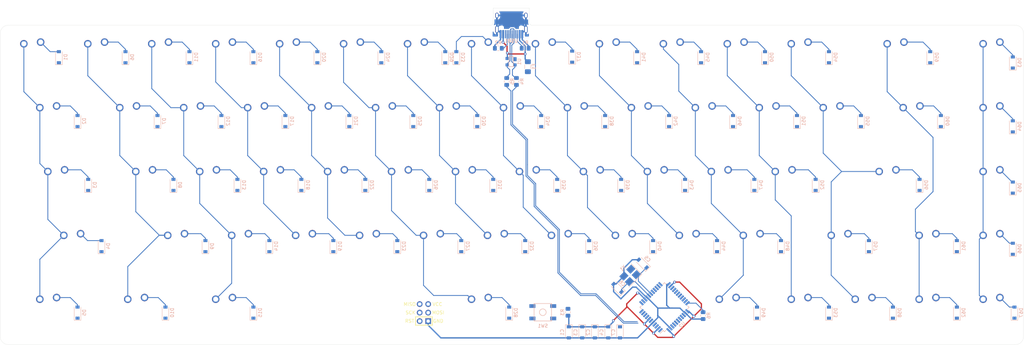
<source format=kicad_pcb>
(kicad_pcb (version 20171130) (host pcbnew "(5.1.5-0-10_14)")
  (layers (0 F.Cu signal) (31 B.Cu signal) (34 B.Paste user) (35 F.Paste user) (36 B.SilkS user) (37 F.SilkS user) (38 B.Mask user) (39 F.Mask user) (44 Edge.Cuts user))
  (net 0 "")
  (net 1 +5V)
  (net 2 XTAL1)
  (net 3 XTAL2)
  (net 4 "Net-(C7-Pad1)")
  (net 5 "Net-(D1-Pad2)")
  (net 6 row0)
  (net 7 "Net-(D2-Pad2)")
  (net 8 row1)
  (net 9 "Net-(D3-Pad2)")
  (net 10 row2)
  (net 11 "Net-(D4-Pad2)")
  (net 12 row3)
  (net 13 "Net-(D5-Pad2)")
  (net 14 row4)
  (net 15 "Net-(D6-Pad2)")
  (net 16 "Net-(D7-Pad2)")
  (net 17 "Net-(D8-Pad2)")
  (net 18 "Net-(D9-Pad2)")
  (net 19 "Net-(D10-Pad2)")
  (net 20 "Net-(D11-Pad2)")
  (net 21 "Net-(D12-Pad2)")
  (net 22 "Net-(D13-Pad2)")
  (net 23 "Net-(D14-Pad2)")
  (net 24 "Net-(D15-Pad2)")
  (net 25 "Net-(D16-Pad2)")
  (net 26 "Net-(D17-Pad2)")
  (net 27 "Net-(D18-Pad2)")
  (net 28 "Net-(D19-Pad2)")
  (net 29 "Net-(D20-Pad2)")
  (net 30 "Net-(D21-Pad2)")
  (net 31 "Net-(D22-Pad2)")
  (net 32 "Net-(D23-Pad2)")
  (net 33 "Net-(D24-Pad2)")
  (net 34 "Net-(D25-Pad2)")
  (net 35 "Net-(D26-Pad2)")
  (net 36 "Net-(D27-Pad2)")
  (net 37 "Net-(D28-Pad2)")
  (net 38 "Net-(D29-Pad2)")
  (net 39 "Net-(D30-Pad2)")
  (net 40 "Net-(D31-Pad2)")
  (net 41 "Net-(D32-Pad2)")
  (net 42 "Net-(D33-Pad2)")
  (net 43 "Net-(D34-Pad2)")
  (net 44 "Net-(D35-Pad2)")
  (net 45 "Net-(D36-Pad2)")
  (net 46 "Net-(D37-Pad2)")
  (net 47 "Net-(D38-Pad2)")
  (net 48 "Net-(D39-Pad2)")
  (net 49 "Net-(D40-Pad2)")
  (net 50 "Net-(D41-Pad2)")
  (net 51 "Net-(D42-Pad2)")
  (net 52 "Net-(D43-Pad2)")
  (net 53 "Net-(D44-Pad2)")
  (net 54 "Net-(D45-Pad2)")
  (net 55 "Net-(D46-Pad2)")
  (net 56 "Net-(D47-Pad2)")
  (net 57 "Net-(D48-Pad2)")
  (net 58 "Net-(D49-Pad2)")
  (net 59 "Net-(D50-Pad2)")
  (net 60 "Net-(D51-Pad2)")
  (net 61 "Net-(D52-Pad2)")
  (net 62 "Net-(D53-Pad2)")
  (net 63 "Net-(D54-Pad2)")
  (net 64 "Net-(D55-Pad2)")
  (net 65 "Net-(D56-Pad2)")
  (net 66 "Net-(D57-Pad2)")
  (net 67 "Net-(D58-Pad2)")
  (net 68 "Net-(D59-Pad2)")
  (net 69 "Net-(D60-Pad2)")
  (net 70 "Net-(D61-Pad2)")
  (net 71 "Net-(D62-Pad2)")
  (net 72 "Net-(D63-Pad2)")
  (net 73 "Net-(D64-Pad2)")
  (net 74 "Net-(D65-Pad2)")
  (net 75 "Net-(D66-Pad2)")
  (net 76 "Net-(D67-Pad2)")
  (net 77 VCC)
  (net 78 RST)
  (net 79 MOSI)
  (net 80 SCLK)
  (net 81 MISO)
  (net 82 col0)
  (net 83 col2)
  (net 84 col3)
  (net 85 col4)
  (net 86 col5)
  (net 87 col6)
  (net 88 col7)
  (net 89 col8)
  (net 90 col9)
  (net 91 col10)
  (net 92 col11)
  (net 93 col12)
  (net 94 col13)
  (net 95 col14)
  (net 96 "Net-(R1-Pad2)")
  (net 97 "Net-(R2-Pad1)")
  (net 98 D+)
  (net 99 "Net-(R4-Pad1)")
  (net 100 D-)
  (net 101 "Net-(R5-Pad1)")
  (net 102 "Net-(R6-Pad2)")
  (net 103 "Net-(U2-Pad42)")
  (net 104 "Net-(U2-Pad36)")
  (net 105 "Net-(U2-Pad32)")
  (net 106 "Net-(U2-Pad1)")
  (net 107 "Net-(USB1-Pad3)")
  (net 108 "Net-(USB1-Pad9)")
  (net 109 GND)
  (module Alps_Only:ALPS-6.5U (layer F.Cu) (at 163.5125 106.3625)
    (fp_text reference K28)
    (fp_text value K_SPC)
    (pad 1 thru_hole circle (at -2.5 -4) (size 2.25 2.25) (drill 1.47) (layers *.Cu B.Mask) (net 86 col5))
    (pad 2 thru_hole circle (at 2.5 -4.5) (size 2.25 2.25) (drill 1.47) (layers *.Cu B.Mask) (net 37 "Net-(D28-Pad2)"))
  )
  (module Type-C:HRO-TYPE-C-31-M-12-HandSoldering (layer B.Cu) (at 172.9 15.1)
    (fp_text reference USB1 (at 0 10.2) (layer B.SilkS) (effects (justify mirror)))
    (fp_text value HRO-TYPE-C-31-M-12)
    (pad 12 smd rect (at 3.225 8.195) (size 0.6 2.45) (layers B.Cu B.Paste B.Mask) (net 109 GND))
    (pad 1 smd rect (at -3.225 8.195) (size 0.6 2.45) (layers B.Cu B.Paste B.Mask) (net 109 GND))
    (pad 11 smd rect (at 2.45 8.195) (size 0.6 2.45) (layers B.Cu B.Paste B.Mask) (net 77 VCC))
    (pad 2 smd rect (at -2.45 8.195) (size 0.6 2.45) (layers B.Cu B.Paste B.Mask) (net 77 VCC))
    (pad 3 smd rect (at -1.75 8.195) (size 0.3 2.45) (layers B.Cu B.Paste B.Mask) (net 107 "Net-(USB1-Pad3)"))
    (pad 10 smd rect (at 1.75 8.195) (size 0.3 2.45) (layers B.Cu B.Paste B.Mask) (net 96 "Net-(R1-Pad2)"))
    (pad 4 smd rect (at -1.25 8.195) (size 0.3 2.45) (layers B.Cu B.Paste B.Mask) (net 97 "Net-(R2-Pad1)"))
    (pad 9 smd rect (at 1.25 8.195) (size 0.3 2.45) (layers B.Cu B.Paste B.Mask) (net 108 "Net-(USB1-Pad9)"))
    (pad 5 smd rect (at -0.75 8.195) (size 0.3 2.45) (layers B.Cu B.Paste B.Mask) (net 100 D-))
    (pad 8 smd rect (at 0.75 8.195) (size 0.3 2.45) (layers B.Cu B.Paste B.Mask) (net 98 D+))
    (pad 7 smd rect (at 0.25 8.195) (size 0.3 2.45) (layers B.Cu B.Paste B.Mask) (net 100 D-))
    (pad 6 smd rect (at -0.25 8.195) (size 0.3 2.45) (layers B.Cu B.Paste B.Mask) (net 98 D+))
    (pad "" np_thru_hole circle (at 2.89 6.25) (size 0.65 0.65) (drill 0.65) (layers *.Cu *.Mask))
    (pad "" np_thru_hole circle (at -2.89 6.25) (size 0.65 0.65) (drill 0.65) (layers *.Cu *.Mask))
    (pad 13 thru_hole oval (at -4.32 6.78) (size 1 2.1) (drill oval 0.6 1.7) (layers *.Cu F.Mask) (net 109 GND))
    (pad 13 thru_hole oval (at 4.32 6.78) (size 1 2.1) (drill oval 0.6 1.7) (layers *.Cu F.Mask) (net 109 GND))
    (pad 13 thru_hole oval (at -4.32 2.6) (size 1 1.6) (drill oval 0.6 1.2) (layers *.Cu F.Mask) (net 109 GND))
    (pad 13 thru_hole oval (at 4.32 2.6) (size 1 1.6) (drill oval 0.6 1.2) (layers *.Cu F.Mask) (net 109 GND))
  )
  (module Alps_Only:ALPS-1.5U (layer F.Cu) (at 292.1 49.2125)
    (fp_text reference K60)
    (fp_text value K_BSLSH)
    (pad 1 thru_hole circle (at -2.5 -4) (size 2.25 2.25) (drill 1.47) (layers *.Cu B.Mask) (net 94 col13))
    (pad 2 thru_hole circle (at 2.5 -4.5) (size 2.25 2.25) (drill 1.47) (layers *.Cu B.Mask) (net 69 "Net-(D60-Pad2)"))
  )
  (module Crystal:Crystal_SMD_3225-4Pin_3.2x2.5mm_HandSoldering (layer B.Cu) (at 208.25 95.25 225)
    (fp_text reference X1 (at 0 3.05 45) (layer B.SilkS) (effects (justify mirror)))
    (fp_text value XTAL_GND)
    (pad 4 smd rect (at -1.45 1.15 225) (size 2.1 1.8) (layers B.Cu B.Paste B.Mask))
    (pad 3 smd rect (at 1.45 1.15 225) (size 2.1 1.8) (layers B.Cu B.Paste B.Mask) (net 109 GND))
    (pad 2 smd rect (at 1.45 -1.15 225) (size 2.1 1.8) (layers B.Cu B.Paste B.Mask) (net 3 XTAL2))
    (pad 1 smd rect (at -1.45 -1.15 225) (size 2.1 1.8) (layers B.Cu B.Paste B.Mask) (net 2 XTAL1))
  )
  (module Package_QFP:TQFP-44_10x10mm_P0.8mm (layer B.Cu) (at 218.5 104.75 45)
    (fp_text reference U2 (at 0 7.45 45) (layer B.SilkS) (effects (justify mirror)))
    (fp_text value ATmega32U4-AU)
    (pad 44 smd rect (at -4 5.7 315) (size 1.5 0.55) (layers B.Cu B.Paste B.Mask) (net 1 +5V))
    (pad 43 smd rect (at -3.2 5.7 315) (size 1.5 0.55) (layers B.Cu B.Paste B.Mask) (net 109 GND))
    (pad 42 smd rect (at -2.4 5.7 315) (size 1.5 0.55) (layers B.Cu B.Paste B.Mask) (net 103 "Net-(U2-Pad42)"))
    (pad 41 smd rect (at -1.6 5.7 315) (size 1.5 0.55) (layers B.Cu B.Paste B.Mask) (net 91 col10))
    (pad 40 smd rect (at -0.8 5.7 315) (size 1.5 0.55) (layers B.Cu B.Paste B.Mask) (net 92 col11))
    (pad 39 smd rect (at 0 5.7 315) (size 1.5 0.55) (layers B.Cu B.Paste B.Mask) (net 93 col12))
    (pad 38 smd rect (at 0.8 5.7 315) (size 1.5 0.55) (layers B.Cu B.Paste B.Mask) (net 94 col13))
    (pad 37 smd rect (at 1.6 5.7 315) (size 1.5 0.55) (layers B.Cu B.Paste B.Mask) (net 95 col14))
    (pad 36 smd rect (at 2.4 5.7 315) (size 1.5 0.55) (layers B.Cu B.Paste B.Mask) (net 104 "Net-(U2-Pad36)"))
    (pad 35 smd rect (at 3.2 5.7 315) (size 1.5 0.55) (layers B.Cu B.Paste B.Mask) (net 109 GND))
    (pad 34 smd rect (at 4 5.7 315) (size 1.5 0.55) (layers B.Cu B.Paste B.Mask) (net 1 +5V))
    (pad 33 smd rect (at 5.7 4 45) (size 1.5 0.55) (layers B.Cu B.Paste B.Mask) (net 102 "Net-(R6-Pad2)"))
    (pad 32 smd rect (at 5.7 3.2 45) (size 1.5 0.55) (layers B.Cu B.Paste B.Mask) (net 105 "Net-(U2-Pad32)"))
    (pad 31 smd rect (at 5.7 2.4 45) (size 1.5 0.55) (layers B.Cu B.Paste B.Mask) (net 6 row0))
    (pad 30 smd rect (at 5.7 1.6 45) (size 1.5 0.55) (layers B.Cu B.Paste B.Mask) (net 10 row2))
    (pad 29 smd rect (at 5.7 0.8 45) (size 1.5 0.55) (layers B.Cu B.Paste B.Mask) (net 12 row3))
    (pad 28 smd rect (at 5.7 0 45) (size 1.5 0.55) (layers B.Cu B.Paste B.Mask) (net 14 row4))
    (pad 27 smd rect (at 5.7 -0.8 45) (size 1.5 0.55) (layers B.Cu B.Paste B.Mask) (net 90 col9))
    (pad 26 smd rect (at 5.7 -1.6 45) (size 1.5 0.55) (layers B.Cu B.Paste B.Mask) (net 89 col8))
    (pad 25 smd rect (at 5.7 -2.4 45) (size 1.5 0.55) (layers B.Cu B.Paste B.Mask) (net 87 col6))
    (pad 24 smd rect (at 5.7 -3.2 45) (size 1.5 0.55) (layers B.Cu B.Paste B.Mask) (net 1 +5V))
    (pad 23 smd rect (at 5.7 -4 45) (size 1.5 0.55) (layers B.Cu B.Paste B.Mask) (net 109 GND))
    (pad 22 smd rect (at 4 -5.7 315) (size 1.5 0.55) (layers B.Cu B.Paste B.Mask) (net 88 col7))
    (pad 21 smd rect (at 3.2 -5.7 315) (size 1.5 0.55) (layers B.Cu B.Paste B.Mask) (net 86 col5))
    (pad 20 smd rect (at 2.4 -5.7 315) (size 1.5 0.55) (layers B.Cu B.Paste B.Mask) (net 85 col4))
    (pad 19 smd rect (at 1.6 -5.7 315) (size 1.5 0.55) (layers B.Cu B.Paste B.Mask) (net 84 col3))
    (pad 18 smd rect (at 0.8 -5.7 315) (size 1.5 0.55) (layers B.Cu B.Paste B.Mask) (net 83 col2))
    (pad 17 smd rect (at 0 -5.7 315) (size 1.5 0.55) (layers B.Cu B.Paste B.Mask) (net 2 XTAL1))
    (pad 16 smd rect (at -0.8 -5.7 315) (size 1.5 0.55) (layers B.Cu B.Paste B.Mask) (net 3 XTAL2))
    (pad 15 smd rect (at -1.6 -5.7 315) (size 1.5 0.55) (layers B.Cu B.Paste B.Mask) (net 109 GND))
    (pad 14 smd rect (at -2.4 -5.7 315) (size 1.5 0.55) (layers B.Cu B.Paste B.Mask) (net 1 +5V))
    (pad 13 smd rect (at -3.2 -5.7 315) (size 1.5 0.55) (layers B.Cu B.Paste B.Mask) (net 78 RST))
    (pad 12 smd rect (at -4 -5.7 315) (size 1.5 0.55) (layers B.Cu B.Paste B.Mask) (net 8 row1))
    (pad 11 smd rect (at -5.7 -4 45) (size 1.5 0.55) (layers B.Cu B.Paste B.Mask) (net 79 MOSI))
    (pad 10 smd rect (at -5.7 -3.2 45) (size 1.5 0.55) (layers B.Cu B.Paste B.Mask) (net 81 MISO))
    (pad 9 smd rect (at -5.7 -2.4 45) (size 1.5 0.55) (layers B.Cu B.Paste B.Mask) (net 80 SCLK))
    (pad 8 smd rect (at -5.7 -1.6 45) (size 1.5 0.55) (layers B.Cu B.Paste B.Mask) (net 82 col0))
    (pad 7 smd rect (at -5.7 -0.8 45) (size 1.5 0.55) (layers B.Cu B.Paste B.Mask) (net 1 +5V))
    (pad 6 smd rect (at -5.7 0 45) (size 1.5 0.55) (layers B.Cu B.Paste B.Mask) (net 4 "Net-(C7-Pad1)"))
    (pad 5 smd rect (at -5.7 0.8 45) (size 1.5 0.55) (layers B.Cu B.Paste B.Mask) (net 109 GND))
    (pad 4 smd rect (at -5.7 1.6 45) (size 1.5 0.55) (layers B.Cu B.Paste B.Mask) (net 99 "Net-(R4-Pad1)"))
    (pad 3 smd rect (at -5.7 2.4 45) (size 1.5 0.55) (layers B.Cu B.Paste B.Mask) (net 101 "Net-(R5-Pad1)"))
    (pad 2 smd rect (at -5.7 3.2 45) (size 1.5 0.55) (layers B.Cu B.Paste B.Mask) (net 1 +5V))
    (pad 1 smd rect (at -5.7 4 45) (size 1.5 0.55) (layers B.Cu B.Paste B.Mask) (net 106 "Net-(U2-Pad1)"))
  )
  (module local:SOT143B (layer B.Cu) (at 172.8 31.5 270)
    (fp_text reference U1 (at 0 -2.45 90) (layer B.SilkS) (effects (justify mirror)))
    (fp_text value PRTR5V0U2X)
    (pad 3 smd rect (at 0.95 1.15 270) (size 0.9 1) (layers B.Cu B.Paste B.Mask) (net 100 D-))
    (pad 2 smd rect (at 0.95 -1.15 270) (size 0.9 1) (layers B.Cu B.Paste B.Mask) (net 98 D+))
    (pad 4 smd rect (at -0.95 1.15 270) (size 0.9 1) (layers B.Cu B.Paste B.Mask) (net 77 VCC))
    (pad 1 smd rect (at -0.75 -1.15 270) (size 1.2 1) (layers B.Cu B.Paste B.Mask) (net 109 GND))
  )
  (module random-keyboard-parts:SKQG-1155865 (layer B.Cu) (at 182.25 106.25 180)
    (fp_text reference SW1 (at 0 -4.064) (layer B.SilkS) (effects (justify mirror)))
    (fp_text value SW_PUSH)
    (pad 4 smd rect (at -3.1 -1.85 180) (size 1.8 1.1) (layers B.Cu B.Paste B.Mask))
    (pad 3 smd rect (at 3.1 1.85 180) (size 1.8 1.1) (layers B.Cu B.Paste B.Mask))
    (pad 2 smd rect (at -3.1 1.85 180) (size 1.8 1.1) (layers B.Cu B.Paste B.Mask) (net 78 RST))
    (pad 1 smd rect (at 3.1 -1.85 180) (size 1.8 1.1) (layers B.Cu B.Paste B.Mask) (net 1 +5V))
  )
  (module Resistor_SMD:R_0805_2012Metric_Pad1.15x1.40mm_HandSolder (layer B.Cu) (at 230 107.25 90)
    (fp_text reference R6 (at 0 1.65 90) (layer B.SilkS) (effects (justify mirror)))
    (fp_text value 10k)
    (pad 2 smd roundrect (at 1.025 0 90) (size 1.15 1.4) (layers B.Cu B.Paste B.Mask) (roundrect_rratio 0.217391) (net 102 "Net-(R6-Pad2)"))
    (pad 1 smd roundrect (at -1.025 0 90) (size 1.15 1.4) (layers B.Cu B.Paste B.Mask) (roundrect_rratio 0.217391) (net 109 GND))
  )
  (module Resistor_SMD:R_0805_2012Metric_Pad1.15x1.40mm_HandSolder (layer B.Cu) (at 171.5 37.4 90)
    (fp_text reference R5 (at 0 1.65 90) (layer B.SilkS) (effects (justify mirror)))
    (fp_text value 22k)
    (pad 2 smd roundrect (at 1.025 0 90) (size 1.15 1.4) (layers B.Cu B.Paste B.Mask) (roundrect_rratio 0.217391) (net 100 D-))
    (pad 1 smd roundrect (at -1.025 0 90) (size 1.15 1.4) (layers B.Cu B.Paste B.Mask) (roundrect_rratio 0.217391) (net 101 "Net-(R5-Pad1)"))
  )
  (module Resistor_SMD:R_0805_2012Metric_Pad1.15x1.40mm_HandSolder (layer B.Cu) (at 174.4 37.4 90)
    (fp_text reference R4 (at 0 1.65 90) (layer B.SilkS) (effects (justify mirror)))
    (fp_text value 22k)
    (pad 2 smd roundrect (at 1.025 0 90) (size 1.15 1.4) (layers B.Cu B.Paste B.Mask) (roundrect_rratio 0.217391) (net 98 D+))
    (pad 1 smd roundrect (at -1.025 0 90) (size 1.15 1.4) (layers B.Cu B.Paste B.Mask) (roundrect_rratio 0.217391) (net 99 "Net-(R4-Pad1)"))
  )
  (module Resistor_SMD:R_0805_2012Metric_Pad1.15x1.40mm_HandSolder (layer B.Cu) (at 189.75 106.25 270)
    (fp_text reference R3 (at 0 1.65 90) (layer B.SilkS) (effects (justify mirror)))
    (fp_text value 10k)
    (pad 2 smd roundrect (at 1.025 0 270) (size 1.15 1.4) (layers B.Cu B.Paste B.Mask) (roundrect_rratio 0.217391) (net 1 +5V))
    (pad 1 smd roundrect (at -1.025 0 270) (size 1.15 1.4) (layers B.Cu B.Paste B.Mask) (roundrect_rratio 0.217391) (net 78 RST))
  )
  (module Resistor_SMD:R_0805_2012Metric_Pad1.15x1.40mm_HandSolder (layer B.Cu) (at 169 27.5 180)
    (fp_text reference R2 (at 0 1.65) (layer B.SilkS) (effects (justify mirror)))
    (fp_text value 5.1k)
    (pad 2 smd roundrect (at 1.025 0 180) (size 1.15 1.4) (layers B.Cu B.Paste B.Mask) (roundrect_rratio 0.217391) (net 109 GND))
    (pad 1 smd roundrect (at -1.025 0 180) (size 1.15 1.4) (layers B.Cu B.Paste B.Mask) (roundrect_rratio 0.217391) (net 97 "Net-(R2-Pad1)"))
  )
  (module Resistor_SMD:R_0805_2012Metric_Pad1.15x1.40mm_HandSolder (layer B.Cu) (at 177 27.5 180)
    (fp_text reference R1 (at 0 1.65) (layer B.SilkS) (effects (justify mirror)))
    (fp_text value 5.1k)
    (pad 2 smd roundrect (at 1.025 0 180) (size 1.15 1.4) (layers B.Cu B.Paste B.Mask) (roundrect_rratio 0.217391) (net 96 "Net-(R1-Pad2)"))
    (pad 1 smd roundrect (at -1.025 0 180) (size 1.15 1.4) (layers B.Cu B.Paste B.Mask) (roundrect_rratio 0.217391) (net 109 GND))
  )
  (module Alps_Only:ALPS-1U (layer F.Cu) (at 315.9125 106.3625)
    (fp_text reference K67)
    (fp_text value K_RIGHT)
    (pad 1 thru_hole circle (at -2.5 -4) (size 2.25 2.25) (drill 1.47) (layers *.Cu B.Mask) (net 95 col14))
    (pad 2 thru_hole circle (at 2.5 -4.5) (size 2.25 2.25) (drill 1.47) (layers *.Cu B.Mask) (net 76 "Net-(D67-Pad2)"))
  )
  (module Alps_Only:ALPS-1U (layer F.Cu) (at 315.9125 87.3125)
    (fp_text reference K66)
    (fp_text value K_DELETE)
    (pad 1 thru_hole circle (at -2.5 -4) (size 2.25 2.25) (drill 1.47) (layers *.Cu B.Mask) (net 95 col14))
    (pad 2 thru_hole circle (at 2.5 -4.5) (size 2.25 2.25) (drill 1.47) (layers *.Cu B.Mask) (net 75 "Net-(D66-Pad2)"))
  )
  (module Alps_Only:ALPS-1U (layer F.Cu) (at 315.9125 68.2625)
    (fp_text reference K65)
    (fp_text value K_INSERT)
    (pad 1 thru_hole circle (at -2.5 -4) (size 2.25 2.25) (drill 1.47) (layers *.Cu B.Mask) (net 95 col14))
    (pad 2 thru_hole circle (at 2.5 -4.5) (size 2.25 2.25) (drill 1.47) (layers *.Cu B.Mask) (net 74 "Net-(D65-Pad2)"))
  )
  (module Alps_Only:ALPS-1U (layer F.Cu) (at 315.9125 49.2125)
    (fp_text reference K64)
    (fp_text value K_PAGE_DN)
    (pad 1 thru_hole circle (at -2.5 -4) (size 2.25 2.25) (drill 1.47) (layers *.Cu B.Mask) (net 95 col14))
    (pad 2 thru_hole circle (at 2.5 -4.5) (size 2.25 2.25) (drill 1.47) (layers *.Cu B.Mask) (net 73 "Net-(D64-Pad2)"))
  )
  (module Alps_Only:ALPS-1U (layer F.Cu) (at 315.9125 30.1625)
    (fp_text reference K63)
    (fp_text value K_PAGE_UP)
    (pad 1 thru_hole circle (at -2.5 -4) (size 2.25 2.25) (drill 1.47) (layers *.Cu B.Mask) (net 95 col14))
    (pad 2 thru_hole circle (at 2.5 -4.5) (size 2.25 2.25) (drill 1.47) (layers *.Cu B.Mask) (net 72 "Net-(D63-Pad2)"))
  )
  (module Alps_Only:ALPS-1U (layer F.Cu) (at 296.8625 106.3625)
    (fp_text reference K62)
    (fp_text value K_DOWN)
    (pad 1 thru_hole circle (at -2.5 -4) (size 2.25 2.25) (drill 1.47) (layers *.Cu B.Mask) (net 94 col13))
    (pad 2 thru_hole circle (at 2.5 -4.5) (size 2.25 2.25) (drill 1.47) (layers *.Cu B.Mask) (net 71 "Net-(D62-Pad2)"))
  )
  (module Alps_Only:ALPS-1U (layer F.Cu) (at 296.8625 87.3125)
    (fp_text reference K61)
    (fp_text value K_UP)
    (pad 1 thru_hole circle (at -2.5 -4) (size 2.25 2.25) (drill 1.47) (layers *.Cu B.Mask) (net 94 col13))
    (pad 2 thru_hole circle (at 2.5 -4.5) (size 2.25 2.25) (drill 1.47) (layers *.Cu B.Mask) (net 70 "Net-(D61-Pad2)"))
  )
  (module Alps_Only:ALPS-2U (layer F.Cu) (at 287.3375 30.1625)
    (fp_text reference K59)
    (fp_text value K_BACKSPACE)
    (pad 1 thru_hole circle (at -2.5 -4) (size 2.25 2.25) (drill 1.47) (layers *.Cu B.Mask) (net 94 col13))
    (pad 2 thru_hole circle (at 2.5 -4.5) (size 2.25 2.25) (drill 1.47) (layers *.Cu B.Mask) (net 68 "Net-(D59-Pad2)"))
  )
  (module Alps_Only:ALPS-1U (layer F.Cu) (at 277.8125 106.3625)
    (fp_text reference K58)
    (fp_text value K_LEFT)
    (pad 1 thru_hole circle (at -2.5 -4) (size 2.25 2.25) (drill 1.47) (layers *.Cu B.Mask) (net 93 col12))
    (pad 2 thru_hole circle (at 2.5 -4.5) (size 2.25 2.25) (drill 1.47) (layers *.Cu B.Mask) (net 67 "Net-(D58-Pad2)"))
  )
  (module Alps_Only:ALPS-1.75U (layer F.Cu) (at 270.66875 87.3125)
    (fp_text reference K57)
    (fp_text value K_RSHIFT)
    (pad 1 thru_hole circle (at -2.5 -4) (size 2.25 2.25) (drill 1.47) (layers *.Cu B.Mask) (net 93 col12))
    (pad 2 thru_hole circle (at 2.5 -4.5) (size 2.25 2.25) (drill 1.47) (layers *.Cu B.Mask) (net 66 "Net-(D57-Pad2)"))
  )
  (module Alps_Only:ALPS-2.25U (layer F.Cu) (at 284.95625 68.2625)
    (fp_text reference K56)
    (fp_text value K_ENTER)
    (pad 1 thru_hole circle (at -2.5 -4) (size 2.25 2.25) (drill 1.47) (layers *.Cu B.Mask) (net 93 col12))
    (pad 2 thru_hole circle (at 2.5 -4.5) (size 2.25 2.25) (drill 1.47) (layers *.Cu B.Mask) (net 65 "Net-(D56-Pad2)"))
  )
  (module Alps_Only:ALPS-1U (layer F.Cu) (at 268.2875 49.2125)
    (fp_text reference K55)
    (fp_text value K_RBRC)
    (pad 1 thru_hole circle (at -2.5 -4) (size 2.25 2.25) (drill 1.47) (layers *.Cu B.Mask) (net 93 col12))
    (pad 2 thru_hole circle (at 2.5 -4.5) (size 2.25 2.25) (drill 1.47) (layers *.Cu B.Mask) (net 64 "Net-(D55-Pad2)"))
  )
  (module Alps_Only:ALPS-1U (layer F.Cu) (at 258.7625 30.1625)
    (fp_text reference K54)
    (fp_text value K_EQUAL)
    (pad 1 thru_hole circle (at -2.5 -4) (size 2.25 2.25) (drill 1.47) (layers *.Cu B.Mask) (net 93 col12))
    (pad 2 thru_hole circle (at 2.5 -4.5) (size 2.25 2.25) (drill 1.47) (layers *.Cu B.Mask) (net 63 "Net-(D54-Pad2)"))
  )
  (module Alps_Only:ALPS-1U (layer F.Cu) (at 258.7625 106.3625)
    (fp_text reference K53)
    (fp_text value K_RAPP)
    (pad 1 thru_hole circle (at -2.5 -4) (size 2.25 2.25) (drill 1.47) (layers *.Cu B.Mask) (net 92 col11))
    (pad 2 thru_hole circle (at 2.5 -4.5) (size 2.25 2.25) (drill 1.47) (layers *.Cu B.Mask) (net 62 "Net-(D53-Pad2)"))
  )
  (module Alps_Only:ALPS-1U (layer F.Cu) (at 254 68.2625)
    (fp_text reference K52)
    (fp_text value K_QUOTE)
    (pad 1 thru_hole circle (at -2.5 -4) (size 2.25 2.25) (drill 1.47) (layers *.Cu B.Mask) (net 92 col11))
    (pad 2 thru_hole circle (at 2.5 -4.5) (size 2.25 2.25) (drill 1.47) (layers *.Cu B.Mask) (net 61 "Net-(D52-Pad2)"))
  )
  (module Alps_Only:ALPS-1U (layer F.Cu) (at 249.2375 49.2125)
    (fp_text reference K51)
    (fp_text value K_LBRC)
    (pad 1 thru_hole circle (at -2.5 -4) (size 2.25 2.25) (drill 1.47) (layers *.Cu B.Mask) (net 92 col11))
    (pad 2 thru_hole circle (at 2.5 -4.5) (size 2.25 2.25) (drill 1.47) (layers *.Cu B.Mask) (net 60 "Net-(D51-Pad2)"))
  )
  (module Alps_Only:ALPS-1U (layer F.Cu) (at 239.7125 30.1625)
    (fp_text reference K50)
    (fp_text value K_MINUS)
    (pad 1 thru_hole circle (at -2.5 -4) (size 2.25 2.25) (drill 1.47) (layers *.Cu B.Mask) (net 92 col11))
    (pad 2 thru_hole circle (at 2.5 -4.5) (size 2.25 2.25) (drill 1.47) (layers *.Cu B.Mask) (net 59 "Net-(D50-Pad2)"))
  )
  (module Alps_Only:ALPS-1.25U (layer F.Cu) (at 237.33125 106.3625)
    (fp_text reference K49)
    (fp_text value K_RALT)
    (pad 1 thru_hole circle (at -2.5 -4) (size 2.25 2.25) (drill 1.47) (layers *.Cu B.Mask) (net 91 col10))
    (pad 2 thru_hole circle (at 2.5 -4.5) (size 2.25 2.25) (drill 1.47) (layers *.Cu B.Mask) (net 58 "Net-(D49-Pad2)"))
  )
  (module Alps_Only:ALPS-1U (layer F.Cu) (at 244.475 87.3125)
    (fp_text reference K48)
    (fp_text value K_SLASH)
    (pad 1 thru_hole circle (at -2.5 -4) (size 2.25 2.25) (drill 1.47) (layers *.Cu B.Mask) (net 91 col10))
    (pad 2 thru_hole circle (at 2.5 -4.5) (size 2.25 2.25) (drill 1.47) (layers *.Cu B.Mask) (net 57 "Net-(D48-Pad2)"))
  )
  (module Alps_Only:ALPS-1U (layer F.Cu) (at 234.95 68.2625)
    (fp_text reference K47)
    (fp_text value K_SEMIC)
    (pad 1 thru_hole circle (at -2.5 -4) (size 2.25 2.25) (drill 1.47) (layers *.Cu B.Mask) (net 91 col10))
    (pad 2 thru_hole circle (at 2.5 -4.5) (size 2.25 2.25) (drill 1.47) (layers *.Cu B.Mask) (net 56 "Net-(D47-Pad2)"))
  )
  (module Alps_Only:ALPS-1U (layer F.Cu) (at 230.1875 49.2125)
    (fp_text reference K46)
    (fp_text value K_P)
    (pad 1 thru_hole circle (at -2.5 -4) (size 2.25 2.25) (drill 1.47) (layers *.Cu B.Mask) (net 91 col10))
    (pad 2 thru_hole circle (at 2.5 -4.5) (size 2.25 2.25) (drill 1.47) (layers *.Cu B.Mask) (net 55 "Net-(D46-Pad2)"))
  )
  (module Alps_Only:ALPS-1U (layer F.Cu) (at 220.6625 30.1625)
    (fp_text reference K45)
    (fp_text value K_0)
    (pad 1 thru_hole circle (at -2.5 -4) (size 2.25 2.25) (drill 1.47) (layers *.Cu B.Mask) (net 91 col10))
    (pad 2 thru_hole circle (at 2.5 -4.5) (size 2.25 2.25) (drill 1.47) (layers *.Cu B.Mask) (net 54 "Net-(D45-Pad2)"))
  )
  (module Alps_Only:ALPS-1U (layer F.Cu) (at 225.425 87.3125)
    (fp_text reference K44)
    (fp_text value K_DOT)
    (pad 1 thru_hole circle (at -2.5 -4) (size 2.25 2.25) (drill 1.47) (layers *.Cu B.Mask) (net 90 col9))
    (pad 2 thru_hole circle (at 2.5 -4.5) (size 2.25 2.25) (drill 1.47) (layers *.Cu B.Mask) (net 53 "Net-(D44-Pad2)"))
  )
  (module Alps_Only:ALPS-1U (layer F.Cu) (at 215.9 68.2625)
    (fp_text reference K43)
    (fp_text value K_L)
    (pad 1 thru_hole circle (at -2.5 -4) (size 2.25 2.25) (drill 1.47) (layers *.Cu B.Mask) (net 90 col9))
    (pad 2 thru_hole circle (at 2.5 -4.5) (size 2.25 2.25) (drill 1.47) (layers *.Cu B.Mask) (net 52 "Net-(D43-Pad2)"))
  )
  (module Alps_Only:ALPS-1U (layer F.Cu) (at 211.1375 49.2125)
    (fp_text reference K42)
    (fp_text value K_O)
    (pad 1 thru_hole circle (at -2.5 -4) (size 2.25 2.25) (drill 1.47) (layers *.Cu B.Mask) (net 90 col9))
    (pad 2 thru_hole circle (at 2.5 -4.5) (size 2.25 2.25) (drill 1.47) (layers *.Cu B.Mask) (net 51 "Net-(D42-Pad2)"))
  )
  (module Alps_Only:ALPS-1U (layer F.Cu) (at 201.6125 30.1625)
    (fp_text reference K41)
    (fp_text value K_9)
    (pad 1 thru_hole circle (at -2.5 -4) (size 2.25 2.25) (drill 1.47) (layers *.Cu B.Mask) (net 90 col9))
    (pad 2 thru_hole circle (at 2.5 -4.5) (size 2.25 2.25) (drill 1.47) (layers *.Cu B.Mask) (net 50 "Net-(D41-Pad2)"))
  )
  (module Alps_Only:ALPS-1U (layer F.Cu) (at 206.375 87.3125)
    (fp_text reference K40)
    (fp_text value K_COMMA)
    (pad 1 thru_hole circle (at -2.5 -4) (size 2.25 2.25) (drill 1.47) (layers *.Cu B.Mask) (net 89 col8))
    (pad 2 thru_hole circle (at 2.5 -4.5) (size 2.25 2.25) (drill 1.47) (layers *.Cu B.Mask) (net 49 "Net-(D40-Pad2)"))
  )
  (module Alps_Only:ALPS-1U (layer F.Cu) (at 196.85 68.2625)
    (fp_text reference K39)
    (fp_text value K_K)
    (pad 1 thru_hole circle (at -2.5 -4) (size 2.25 2.25) (drill 1.47) (layers *.Cu B.Mask) (net 89 col8))
    (pad 2 thru_hole circle (at 2.5 -4.5) (size 2.25 2.25) (drill 1.47) (layers *.Cu B.Mask) (net 48 "Net-(D39-Pad2)"))
  )
  (module Alps_Only:ALPS-1U (layer F.Cu) (at 192.0875 49.2125)
    (fp_text reference K38)
    (fp_text value K_I)
    (pad 1 thru_hole circle (at -2.5 -4) (size 2.25 2.25) (drill 1.47) (layers *.Cu B.Mask) (net 89 col8))
    (pad 2 thru_hole circle (at 2.5 -4.5) (size 2.25 2.25) (drill 1.47) (layers *.Cu B.Mask) (net 47 "Net-(D38-Pad2)"))
  )
  (module Alps_Only:ALPS-1U (layer F.Cu) (at 182.5625 30.1625)
    (fp_text reference K37)
    (fp_text value K_8)
    (pad 1 thru_hole circle (at -2.5 -4) (size 2.25 2.25) (drill 1.47) (layers *.Cu B.Mask) (net 89 col8))
    (pad 2 thru_hole circle (at 2.5 -4.5) (size 2.25 2.25) (drill 1.47) (layers *.Cu B.Mask) (net 46 "Net-(D37-Pad2)"))
  )
  (module Alps_Only:ALPS-1U (layer F.Cu) (at 187.325 87.3125)
    (fp_text reference K36)
    (fp_text value K_M)
    (pad 1 thru_hole circle (at -2.5 -4) (size 2.25 2.25) (drill 1.47) (layers *.Cu B.Mask) (net 88 col7))
    (pad 2 thru_hole circle (at 2.5 -4.5) (size 2.25 2.25) (drill 1.47) (layers *.Cu B.Mask) (net 45 "Net-(D36-Pad2)"))
  )
  (module Alps_Only:ALPS-1U (layer F.Cu) (at 177.8 68.2625)
    (fp_text reference K35)
    (fp_text value K_J)
    (pad 1 thru_hole circle (at -2.5 -4) (size 2.25 2.25) (drill 1.47) (layers *.Cu B.Mask) (net 88 col7))
    (pad 2 thru_hole circle (at 2.5 -4.5) (size 2.25 2.25) (drill 1.47) (layers *.Cu B.Mask) (net 44 "Net-(D35-Pad2)"))
  )
  (module Alps_Only:ALPS-1U (layer F.Cu) (at 173.0375 49.2125)
    (fp_text reference K34)
    (fp_text value K_U)
    (pad 1 thru_hole circle (at -2.5 -4) (size 2.25 2.25) (drill 1.47) (layers *.Cu B.Mask) (net 88 col7))
    (pad 2 thru_hole circle (at 2.5 -4.5) (size 2.25 2.25) (drill 1.47) (layers *.Cu B.Mask) (net 43 "Net-(D34-Pad2)"))
  )
  (module Alps_Only:ALPS-1U (layer F.Cu) (at 163.5125 30.1625)
    (fp_text reference K33)
    (fp_text value K_7)
    (pad 1 thru_hole circle (at -2.5 -4) (size 2.25 2.25) (drill 1.47) (layers *.Cu B.Mask) (net 88 col7))
    (pad 2 thru_hole circle (at 2.5 -4.5) (size 2.25 2.25) (drill 1.47) (layers *.Cu B.Mask) (net 42 "Net-(D33-Pad2)"))
  )
  (module Alps_Only:ALPS-1U (layer F.Cu) (at 168.275 87.3125)
    (fp_text reference K32)
    (fp_text value K_N)
    (pad 1 thru_hole circle (at -2.5 -4) (size 2.25 2.25) (drill 1.47) (layers *.Cu B.Mask) (net 87 col6))
    (pad 2 thru_hole circle (at 2.5 -4.5) (size 2.25 2.25) (drill 1.47) (layers *.Cu B.Mask) (net 41 "Net-(D32-Pad2)"))
  )
  (module Alps_Only:ALPS-1U (layer F.Cu) (at 158.75 68.2625)
    (fp_text reference K31)
    (fp_text value K_H)
    (pad 1 thru_hole circle (at -2.5 -4) (size 2.25 2.25) (drill 1.47) (layers *.Cu B.Mask) (net 87 col6))
    (pad 2 thru_hole circle (at 2.5 -4.5) (size 2.25 2.25) (drill 1.47) (layers *.Cu B.Mask) (net 40 "Net-(D31-Pad2)"))
  )
  (module Alps_Only:ALPS-1U (layer F.Cu) (at 153.9875 49.2125)
    (fp_text reference K30)
    (fp_text value K_Y)
    (pad 1 thru_hole circle (at -2.5 -4) (size 2.25 2.25) (drill 1.47) (layers *.Cu B.Mask) (net 87 col6))
    (pad 2 thru_hole circle (at 2.5 -4.5) (size 2.25 2.25) (drill 1.47) (layers *.Cu B.Mask) (net 39 "Net-(D30-Pad2)"))
  )
  (module Alps_Only:ALPS-1U (layer F.Cu) (at 144.4625 30.1625)
    (fp_text reference K29)
    (fp_text value K_6)
    (pad 1 thru_hole circle (at -2.5 -4) (size 2.25 2.25) (drill 1.47) (layers *.Cu B.Mask) (net 87 col6))
    (pad 2 thru_hole circle (at 2.5 -4.5) (size 2.25 2.25) (drill 1.47) (layers *.Cu B.Mask) (net 38 "Net-(D29-Pad2)"))
  )
  (module Alps_Only:ALPS-1U (layer F.Cu) (at 149.225 87.3125)
    (fp_text reference K27)
    (fp_text value K_B)
    (pad 1 thru_hole circle (at -2.5 -4) (size 2.25 2.25) (drill 1.47) (layers *.Cu B.Mask) (net 86 col5))
    (pad 2 thru_hole circle (at 2.5 -4.5) (size 2.25 2.25) (drill 1.47) (layers *.Cu B.Mask) (net 36 "Net-(D27-Pad2)"))
  )
  (module Alps_Only:ALPS-1U (layer F.Cu) (at 139.7 68.2625)
    (fp_text reference K26)
    (fp_text value K_G)
    (pad 1 thru_hole circle (at -2.5 -4) (size 2.25 2.25) (drill 1.47) (layers *.Cu B.Mask) (net 86 col5))
    (pad 2 thru_hole circle (at 2.5 -4.5) (size 2.25 2.25) (drill 1.47) (layers *.Cu B.Mask) (net 35 "Net-(D26-Pad2)"))
  )
  (module Alps_Only:ALPS-1U (layer F.Cu) (at 134.9375 49.2125)
    (fp_text reference K25)
    (fp_text value K_T)
    (pad 1 thru_hole circle (at -2.5 -4) (size 2.25 2.25) (drill 1.47) (layers *.Cu B.Mask) (net 86 col5))
    (pad 2 thru_hole circle (at 2.5 -4.5) (size 2.25 2.25) (drill 1.47) (layers *.Cu B.Mask) (net 34 "Net-(D25-Pad2)"))
  )
  (module Alps_Only:ALPS-1U (layer F.Cu) (at 125.4125 30.1625)
    (fp_text reference K24)
    (fp_text value K_5)
    (pad 1 thru_hole circle (at -2.5 -4) (size 2.25 2.25) (drill 1.47) (layers *.Cu B.Mask) (net 86 col5))
    (pad 2 thru_hole circle (at 2.5 -4.5) (size 2.25 2.25) (drill 1.47) (layers *.Cu B.Mask) (net 33 "Net-(D24-Pad2)"))
  )
  (module Alps_Only:ALPS-1U (layer F.Cu) (at 130.175 87.3125)
    (fp_text reference K23)
    (fp_text value K_V)
    (pad 1 thru_hole circle (at -2.5 -4) (size 2.25 2.25) (drill 1.47) (layers *.Cu B.Mask) (net 85 col4))
    (pad 2 thru_hole circle (at 2.5 -4.5) (size 2.25 2.25) (drill 1.47) (layers *.Cu B.Mask) (net 32 "Net-(D23-Pad2)"))
  )
  (module Alps_Only:ALPS-1U (layer F.Cu) (at 120.65 68.2625)
    (fp_text reference K22)
    (fp_text value K_F)
    (pad 1 thru_hole circle (at -2.5 -4) (size 2.25 2.25) (drill 1.47) (layers *.Cu B.Mask) (net 85 col4))
    (pad 2 thru_hole circle (at 2.5 -4.5) (size 2.25 2.25) (drill 1.47) (layers *.Cu B.Mask) (net 31 "Net-(D22-Pad2)"))
  )
  (module Alps_Only:ALPS-1U (layer F.Cu) (at 115.8875 49.2125)
    (fp_text reference K21)
    (fp_text value K_R)
    (pad 1 thru_hole circle (at -2.5 -4) (size 2.25 2.25) (drill 1.47) (layers *.Cu B.Mask) (net 85 col4))
    (pad 2 thru_hole circle (at 2.5 -4.5) (size 2.25 2.25) (drill 1.47) (layers *.Cu B.Mask) (net 30 "Net-(D21-Pad2)"))
  )
  (module Alps_Only:ALPS-1U (layer F.Cu) (at 106.3625 30.1625)
    (fp_text reference K20)
    (fp_text value K_4)
    (pad 1 thru_hole circle (at -2.5 -4) (size 2.25 2.25) (drill 1.47) (layers *.Cu B.Mask) (net 85 col4))
    (pad 2 thru_hole circle (at 2.5 -4.5) (size 2.25 2.25) (drill 1.47) (layers *.Cu B.Mask) (net 29 "Net-(D20-Pad2)"))
  )
  (module Alps_Only:ALPS-1U (layer F.Cu) (at 111.125 87.3125)
    (fp_text reference K19)
    (fp_text value K_C)
    (pad 1 thru_hole circle (at -2.5 -4) (size 2.25 2.25) (drill 1.47) (layers *.Cu B.Mask) (net 84 col3))
    (pad 2 thru_hole circle (at 2.5 -4.5) (size 2.25 2.25) (drill 1.47) (layers *.Cu B.Mask) (net 28 "Net-(D19-Pad2)"))
  )
  (module Alps_Only:ALPS-1U (layer F.Cu) (at 101.6 68.2625)
    (fp_text reference K18)
    (fp_text value K_D)
    (pad 1 thru_hole circle (at -2.5 -4) (size 2.25 2.25) (drill 1.47) (layers *.Cu B.Mask) (net 84 col3))
    (pad 2 thru_hole circle (at 2.5 -4.5) (size 2.25 2.25) (drill 1.47) (layers *.Cu B.Mask) (net 27 "Net-(D18-Pad2)"))
  )
  (module Alps_Only:ALPS-1U (layer F.Cu) (at 96.8375 49.2125)
    (fp_text reference K17)
    (fp_text value K_E)
    (pad 1 thru_hole circle (at -2.5 -4) (size 2.25 2.25) (drill 1.47) (layers *.Cu B.Mask) (net 84 col3))
    (pad 2 thru_hole circle (at 2.5 -4.5) (size 2.25 2.25) (drill 1.47) (layers *.Cu B.Mask) (net 26 "Net-(D17-Pad2)"))
  )
  (module Alps_Only:ALPS-1U (layer F.Cu) (at 87.3125 30.1625)
    (fp_text reference K16)
    (fp_text value K_3)
    (pad 1 thru_hole circle (at -2.5 -4) (size 2.25 2.25) (drill 1.47) (layers *.Cu B.Mask) (net 84 col3))
    (pad 2 thru_hole circle (at 2.5 -4.5) (size 2.25 2.25) (drill 1.47) (layers *.Cu B.Mask) (net 25 "Net-(D16-Pad2)"))
  )
  (module Alps_Only:ALPS-1.5U (layer F.Cu) (at 87.3125 106.3625)
    (fp_text reference K15)
    (fp_text value K_LALT)
    (pad 1 thru_hole circle (at -2.5 -4) (size 2.25 2.25) (drill 1.47) (layers *.Cu B.Mask) (net 83 col2))
    (pad 2 thru_hole circle (at 2.5 -4.5) (size 2.25 2.25) (drill 1.47) (layers *.Cu B.Mask) (net 24 "Net-(D15-Pad2)"))
  )
  (module Alps_Only:ALPS-1U (layer F.Cu) (at 92.075 87.3125)
    (fp_text reference K14)
    (fp_text value K_X)
    (pad 1 thru_hole circle (at -2.5 -4) (size 2.25 2.25) (drill 1.47) (layers *.Cu B.Mask) (net 83 col2))
    (pad 2 thru_hole circle (at 2.5 -4.5) (size 2.25 2.25) (drill 1.47) (layers *.Cu B.Mask) (net 23 "Net-(D14-Pad2)"))
  )
  (module Alps_Only:ALPS-1U (layer F.Cu) (at 82.55 68.2625)
    (fp_text reference K13)
    (fp_text value K_S)
    (pad 1 thru_hole circle (at -2.5 -4) (size 2.25 2.25) (drill 1.47) (layers *.Cu B.Mask) (net 83 col2))
    (pad 2 thru_hole circle (at 2.5 -4.5) (size 2.25 2.25) (drill 1.47) (layers *.Cu B.Mask) (net 22 "Net-(D13-Pad2)"))
  )
  (module Alps_Only:ALPS-1U (layer F.Cu) (at 77.7875 49.2125)
    (fp_text reference K12)
    (fp_text value K_W)
    (pad 1 thru_hole circle (at -2.5 -4) (size 2.25 2.25) (drill 1.47) (layers *.Cu B.Mask) (net 83 col2))
    (pad 2 thru_hole circle (at 2.5 -4.5) (size 2.25 2.25) (drill 1.47) (layers *.Cu B.Mask) (net 21 "Net-(D12-Pad2)"))
  )
  (module Alps_Only:ALPS-1U (layer F.Cu) (at 68.2625 30.1625)
    (fp_text reference K11)
    (fp_text value K_2)
    (pad 1 thru_hole circle (at -2.5 -4) (size 2.25 2.25) (drill 1.47) (layers *.Cu B.Mask) (net 83 col2))
    (pad 2 thru_hole circle (at 2.5 -4.5) (size 2.25 2.25) (drill 1.47) (layers *.Cu B.Mask) (net 20 "Net-(D11-Pad2)"))
  )
  (module Alps_Only:ALPS-1.25U (layer F.Cu) (at 61.11875 106.3625)
    (fp_text reference K10)
    (fp_text value K_LAPP)
    (pad 1 thru_hole circle (at -2.5 -4) (size 2.25 2.25) (drill 1.47) (layers *.Cu B.Mask) (net 80 SCLK))
    (pad 2 thru_hole circle (at 2.5 -4.5) (size 2.25 2.25) (drill 1.47) (layers *.Cu B.Mask) (net 19 "Net-(D10-Pad2)"))
  )
  (module Alps_Only:ALPS-1U (layer F.Cu) (at 73.025 87.3125)
    (fp_text reference K9)
    (fp_text value K_Z)
    (pad 1 thru_hole circle (at -2.5 -4) (size 2.25 2.25) (drill 1.47) (layers *.Cu B.Mask) (net 80 SCLK))
    (pad 2 thru_hole circle (at 2.5 -4.5) (size 2.25 2.25) (drill 1.47) (layers *.Cu B.Mask) (net 18 "Net-(D9-Pad2)"))
  )
  (module Alps_Only:ALPS-1U (layer F.Cu) (at 63.5 68.2625)
    (fp_text reference K8)
    (fp_text value K_A)
    (pad 1 thru_hole circle (at -2.5 -4) (size 2.25 2.25) (drill 1.47) (layers *.Cu B.Mask) (net 80 SCLK))
    (pad 2 thru_hole circle (at 2.5 -4.5) (size 2.25 2.25) (drill 1.47) (layers *.Cu B.Mask) (net 17 "Net-(D8-Pad2)"))
  )
  (module Alps_Only:ALPS-1U (layer F.Cu) (at 58.7375 49.2125)
    (fp_text reference K7)
    (fp_text value K_Q)
    (pad 1 thru_hole circle (at -2.5 -4) (size 2.25 2.25) (drill 1.47) (layers *.Cu B.Mask) (net 80 SCLK))
    (pad 2 thru_hole circle (at 2.5 -4.5) (size 2.25 2.25) (drill 1.47) (layers *.Cu B.Mask) (net 16 "Net-(D7-Pad2)"))
  )
  (module Alps_Only:ALPS-1U (layer F.Cu) (at 49.2125 30.1625)
    (fp_text reference K6)
    (fp_text value K_1)
    (pad 1 thru_hole circle (at -2.5 -4) (size 2.25 2.25) (drill 1.47) (layers *.Cu B.Mask) (net 80 SCLK))
    (pad 2 thru_hole circle (at 2.5 -4.5) (size 2.25 2.25) (drill 1.47) (layers *.Cu B.Mask) (net 15 "Net-(D6-Pad2)"))
  )
  (module Alps_Only:ALPS-1.5U (layer F.Cu) (at 34.925 106.3625)
    (fp_text reference K5)
    (fp_text value K_LCTRL)
    (pad 1 thru_hole circle (at -2.5 -4) (size 2.25 2.25) (drill 1.47) (layers *.Cu B.Mask) (net 82 col0))
    (pad 2 thru_hole circle (at 2.5 -4.5) (size 2.25 2.25) (drill 1.47) (layers *.Cu B.Mask) (net 13 "Net-(D5-Pad2)"))
  )
  (module Alps_Only:ALPS-2.25U (layer F.Cu) (at 42.06875 87.3125)
    (fp_text reference K4)
    (fp_text value K_LSHIFT)
    (pad 1 thru_hole circle (at -2.5 -4) (size 2.25 2.25) (drill 1.47) (layers *.Cu B.Mask) (net 82 col0))
    (pad 2 thru_hole circle (at 2.5 -4.5) (size 2.25 2.25) (drill 1.47) (layers *.Cu B.Mask) (net 11 "Net-(D4-Pad2)"))
  )
  (module Alps_Only:ALPS-1.75U (layer F.Cu) (at 37.30625 68.2625)
    (fp_text reference K3)
    (fp_text value K_CAPS_LOCK)
    (pad 1 thru_hole circle (at -2.5 -4) (size 2.25 2.25) (drill 1.47) (layers *.Cu B.Mask) (net 82 col0))
    (pad 2 thru_hole circle (at 2.5 -4.5) (size 2.25 2.25) (drill 1.47) (layers *.Cu B.Mask) (net 9 "Net-(D3-Pad2)"))
  )
  (module Alps_Only:ALPS-1.5U (layer F.Cu) (at 34.925 49.2125)
    (fp_text reference K2)
    (fp_text value K_TAB)
    (pad 1 thru_hole circle (at -2.5 -4) (size 2.25 2.25) (drill 1.47) (layers *.Cu B.Mask) (net 82 col0))
    (pad 2 thru_hole circle (at 2.5 -4.5) (size 2.25 2.25) (drill 1.47) (layers *.Cu B.Mask) (net 7 "Net-(D2-Pad2)"))
  )
  (module Alps_Only:ALPS-1U (layer F.Cu) (at 30.1625 30.1625)
    (fp_text reference K1)
    (fp_text value K_GRV)
    (pad 1 thru_hole circle (at -2.5 -4) (size 2.25 2.25) (drill 1.47) (layers *.Cu B.Mask) (net 82 col0))
    (pad 2 thru_hole circle (at 2.5 -4.5) (size 2.25 2.25) (drill 1.47) (layers *.Cu B.Mask) (net 5 "Net-(D1-Pad2)"))
  )
  (module random-keyboard-parts:Reset_Pretty-Mask (layer F.Cu) (at 146.84375 106.3625)
    (fp_text reference J1)
    (fp_text value AVR-ISP-6)
    (fp_text user MISO (at -4.25 -2.5) (layer F.SilkS))
    (fp_text user VCC (at 4 -2.5) (layer F.SilkS))
    (fp_text user SCK (at -4 0) (layer F.SilkS))
    (fp_text user MOSI (at 4.25 0) (layer F.SilkS))
    (fp_text user RST (at -4.25 2.5) (layer F.SilkS))
    (fp_text user GND (at 4.25 2.5) (layer F.SilkS))
    (pad 6 thru_hole rect (at 1.27 2.54) (size 1.7 1.7) (drill 1) (layers *.Cu F.Mask) (net 109 GND))
    (pad 5 thru_hole circle (at -1.27 2.54) (size 1.7 1.7) (drill 1) (layers *.Cu F.Mask) (net 78 RST))
    (pad 4 thru_hole circle (at 1.27 0) (size 1.7 1.7) (drill 1) (layers *.Cu F.Mask) (net 79 MOSI))
    (pad 3 thru_hole circle (at -1.27 0) (size 1.7 1.7) (drill 1) (layers *.Cu F.Mask) (net 80 SCLK))
    (pad 2 thru_hole circle (at 1.27 -2.54) (size 1.7 1.7) (drill 1) (layers *.Cu F.Mask) (net 1 +5V))
    (pad 1 thru_hole circle (at -1.27 -2.54) (size 1.7 1.7) (drill 1) (layers *.Cu F.Mask) (net 81 MISO))
  )
  (module Fuse:Fuse_1206_3216Metric_Pad1.42x1.75mm_HandSolder (layer B.Cu) (at 177.8 33 90)
    (fp_text reference F1 (at 0 1.82 90) (layer B.SilkS) (effects (justify mirror)))
    (fp_text value 500)
    (pad 2 smd roundrect (at 1.4875 0 90) (size 1.425 1.75) (layers B.Cu B.Paste B.Mask) (roundrect_rratio 0.175439) (net 77 VCC))
    (pad 1 smd roundrect (at -1.4875 0 90) (size 1.425 1.75) (layers B.Cu B.Paste B.Mask) (roundrect_rratio 0.175439) (net 1 +5V))
  )
  (module Diode_SMD:D_SOD-123 (layer B.Cu) (at 322.75 106.3625 90)
    (fp_text reference D67 (at 0 2 90) (layer B.SilkS) (effects (justify mirror)))
    (fp_text value D_RIGHT)
    (pad 2 smd rect (at 1.65 0 90) (size 0.9 1.2) (layers B.Cu B.Paste B.Mask) (net 76 "Net-(D67-Pad2)"))
    (pad 1 smd rect (at -1.65 0 90) (size 0.9 1.2) (layers B.Cu B.Paste B.Mask) (net 14 row4))
  )
  (module Diode_SMD:D_SOD-123 (layer B.Cu) (at 322.2625 87.3125 90)
    (fp_text reference D66 (at 0 2 90) (layer B.SilkS) (effects (justify mirror)))
    (fp_text value D_DELETE)
    (pad 2 smd rect (at 1.65 0 90) (size 0.9 1.2) (layers B.Cu B.Paste B.Mask) (net 75 "Net-(D66-Pad2)"))
    (pad 1 smd rect (at -1.65 0 90) (size 0.9 1.2) (layers B.Cu B.Paste B.Mask) (net 12 row3))
  )
  (module Diode_SMD:D_SOD-123 (layer B.Cu) (at 322.2625 69.05625 90)
    (fp_text reference D65 (at 0 2 90) (layer B.SilkS) (effects (justify mirror)))
    (fp_text value D_INSERT)
    (pad 2 smd rect (at 1.65 0 90) (size 0.9 1.2) (layers B.Cu B.Paste B.Mask) (net 74 "Net-(D65-Pad2)"))
    (pad 1 smd rect (at -1.65 0 90) (size 0.9 1.2) (layers B.Cu B.Paste B.Mask) (net 10 row2))
  )
  (module Diode_SMD:D_SOD-123 (layer B.Cu) (at 322.2625 50.8 90)
    (fp_text reference D64 (at 0 2 90) (layer B.SilkS) (effects (justify mirror)))
    (fp_text value D_PAGE_DN)
    (pad 2 smd rect (at 1.65 0 90) (size 0.9 1.2) (layers B.Cu B.Paste B.Mask) (net 73 "Net-(D64-Pad2)"))
    (pad 1 smd rect (at -1.65 0 90) (size 0.9 1.2) (layers B.Cu B.Paste B.Mask) (net 8 row1))
  )
  (module Diode_SMD:D_SOD-123 (layer B.Cu) (at 322.2625 31.75 90)
    (fp_text reference D63 (at 0 2 90) (layer B.SilkS) (effects (justify mirror)))
    (fp_text value D_PAGE_UP)
    (pad 2 smd rect (at 1.65 0 90) (size 0.9 1.2) (layers B.Cu B.Paste B.Mask) (net 72 "Net-(D63-Pad2)"))
    (pad 1 smd rect (at -1.65 0 90) (size 0.9 1.2) (layers B.Cu B.Paste B.Mask) (net 6 row0))
  )
  (module Diode_SMD:D_SOD-123 (layer B.Cu) (at 305.59375 106.3625 90)
    (fp_text reference D62 (at 0 2 90) (layer B.SilkS) (effects (justify mirror)))
    (fp_text value D_DOWN)
    (pad 2 smd rect (at 1.65 0 90) (size 0.9 1.2) (layers B.Cu B.Paste B.Mask) (net 71 "Net-(D62-Pad2)"))
    (pad 1 smd rect (at -1.65 0 90) (size 0.9 1.2) (layers B.Cu B.Paste B.Mask) (net 14 row4))
  )
  (module Diode_SMD:D_SOD-123 (layer B.Cu) (at 305.59375 86.51875 90)
    (fp_text reference D61 (at 0 2 90) (layer B.SilkS) (effects (justify mirror)))
    (fp_text value D_UP)
    (pad 2 smd rect (at 1.65 0 90) (size 0.9 1.2) (layers B.Cu B.Paste B.Mask) (net 70 "Net-(D61-Pad2)"))
    (pad 1 smd rect (at -1.65 0 90) (size 0.9 1.2) (layers B.Cu B.Paste B.Mask) (net 12 row3))
  )
  (module Diode_SMD:D_SOD-123 (layer B.Cu) (at 300.83125 49.2125 90)
    (fp_text reference D60 (at 0 2 90) (layer B.SilkS) (effects (justify mirror)))
    (fp_text value D_BSLSH)
    (pad 2 smd rect (at 1.65 0 90) (size 0.9 1.2) (layers B.Cu B.Paste B.Mask) (net 69 "Net-(D60-Pad2)"))
    (pad 1 smd rect (at -1.65 0 90) (size 0.9 1.2) (layers B.Cu B.Paste B.Mask) (net 8 row1))
  )
  (module Diode_SMD:D_SOD-123 (layer B.Cu) (at 297.65625 30.1625 90)
    (fp_text reference D59 (at 0 2 90) (layer B.SilkS) (effects (justify mirror)))
    (fp_text value D_BACKSPACE)
    (pad 2 smd rect (at 1.65 0 90) (size 0.9 1.2) (layers B.Cu B.Paste B.Mask) (net 68 "Net-(D59-Pad2)"))
    (pad 1 smd rect (at -1.65 0 90) (size 0.9 1.2) (layers B.Cu B.Paste B.Mask) (net 6 row0))
  )
  (module Diode_SMD:D_SOD-123 (layer B.Cu) (at 286.54375 106.3625 90)
    (fp_text reference D58 (at 0 2 90) (layer B.SilkS) (effects (justify mirror)))
    (fp_text value D_LEFT)
    (pad 2 smd rect (at 1.65 0 90) (size 0.9 1.2) (layers B.Cu B.Paste B.Mask) (net 67 "Net-(D58-Pad2)"))
    (pad 1 smd rect (at -1.65 0 90) (size 0.9 1.2) (layers B.Cu B.Paste B.Mask) (net 14 row4))
  )
  (module Diode_SMD:D_SOD-123 (layer B.Cu) (at 279.4 86.51875 90)
    (fp_text reference D57 (at 0 2 90) (layer B.SilkS) (effects (justify mirror)))
    (fp_text value D_RSHIFT)
    (pad 2 smd rect (at 1.65 0 90) (size 0.9 1.2) (layers B.Cu B.Paste B.Mask) (net 66 "Net-(D57-Pad2)"))
    (pad 1 smd rect (at -1.65 0 90) (size 0.9 1.2) (layers B.Cu B.Paste B.Mask) (net 12 row3))
  )
  (module Diode_SMD:D_SOD-123 (layer B.Cu) (at 294.48125 68.2625 90)
    (fp_text reference D56 (at 0 2 90) (layer B.SilkS) (effects (justify mirror)))
    (fp_text value D_ENTER)
    (pad 2 smd rect (at 1.65 0 90) (size 0.9 1.2) (layers B.Cu B.Paste B.Mask) (net 65 "Net-(D56-Pad2)"))
    (pad 1 smd rect (at -1.65 0 90) (size 0.9 1.2) (layers B.Cu B.Paste B.Mask) (net 10 row2))
  )
  (module Diode_SMD:D_SOD-123 (layer B.Cu) (at 277.01875 49.2125 90)
    (fp_text reference D55 (at 0 2 90) (layer B.SilkS) (effects (justify mirror)))
    (fp_text value D_RBRC)
    (pad 2 smd rect (at 1.65 0 90) (size 0.9 1.2) (layers B.Cu B.Paste B.Mask) (net 64 "Net-(D55-Pad2)"))
    (pad 1 smd rect (at -1.65 0 90) (size 0.9 1.2) (layers B.Cu B.Paste B.Mask) (net 8 row1))
  )
  (module Diode_SMD:D_SOD-123 (layer B.Cu) (at 267.49375 30.1625 90)
    (fp_text reference D54 (at 0 2 270) (layer B.SilkS) (effects (justify mirror)))
    (fp_text value D_EQUAL)
    (pad 2 smd rect (at 1.65 0 90) (size 0.9 1.2) (layers B.Cu B.Paste B.Mask) (net 63 "Net-(D54-Pad2)"))
    (pad 1 smd rect (at -1.65 0 90) (size 0.9 1.2) (layers B.Cu B.Paste B.Mask) (net 6 row0))
  )
  (module Diode_SMD:D_SOD-123 (layer B.Cu) (at 267.49375 106.3625 90)
    (fp_text reference D53 (at 0 2 90) (layer B.SilkS) (effects (justify mirror)))
    (fp_text value D_RAPP)
    (pad 2 smd rect (at 1.65 0 90) (size 0.9 1.2) (layers B.Cu B.Paste B.Mask) (net 62 "Net-(D53-Pad2)"))
    (pad 1 smd rect (at -1.65 0 90) (size 0.9 1.2) (layers B.Cu B.Paste B.Mask) (net 14 row4))
  )
  (module Diode_SMD:D_SOD-123 (layer B.Cu) (at 263.525 68.2625 90)
    (fp_text reference D52 (at 0 2 90) (layer B.SilkS) (effects (justify mirror)))
    (fp_text value D_QUOTE)
    (pad 2 smd rect (at 1.65 0 90) (size 0.9 1.2) (layers B.Cu B.Paste B.Mask) (net 61 "Net-(D52-Pad2)"))
    (pad 1 smd rect (at -1.65 0 90) (size 0.9 1.2) (layers B.Cu B.Paste B.Mask) (net 10 row2))
  )
  (module Diode_SMD:D_SOD-123 (layer B.Cu) (at 257.96875 49.2125 90)
    (fp_text reference D51 (at 0 2 90) (layer B.SilkS) (effects (justify mirror)))
    (fp_text value D_LBRC)
    (pad 2 smd rect (at 1.65 0 90) (size 0.9 1.2) (layers B.Cu B.Paste B.Mask) (net 60 "Net-(D51-Pad2)"))
    (pad 1 smd rect (at -1.65 0 90) (size 0.9 1.2) (layers B.Cu B.Paste B.Mask) (net 8 row1))
  )
  (module Diode_SMD:D_SOD-123 (layer B.Cu) (at 248.44375 30.1625 90)
    (fp_text reference D50 (at 0 2 90) (layer B.SilkS) (effects (justify mirror)))
    (fp_text value D_MINUS)
    (pad 2 smd rect (at 1.65 0 90) (size 0.9 1.2) (layers B.Cu B.Paste B.Mask) (net 59 "Net-(D50-Pad2)"))
    (pad 1 smd rect (at -1.65 0 90) (size 0.9 1.2) (layers B.Cu B.Paste B.Mask) (net 6 row0))
  )
  (module Diode_SMD:D_SOD-123 (layer B.Cu) (at 246.0625 106.3625 90)
    (fp_text reference D49 (at 0 2 90) (layer B.SilkS) (effects (justify mirror)))
    (fp_text value D_RALT)
    (pad 2 smd rect (at 1.65 0 90) (size 0.9 1.2) (layers B.Cu B.Paste B.Mask) (net 58 "Net-(D49-Pad2)"))
    (pad 1 smd rect (at -1.65 0 90) (size 0.9 1.2) (layers B.Cu B.Paste B.Mask) (net 14 row4))
  )
  (module Diode_SMD:D_SOD-123 (layer B.Cu) (at 253.20625 86.51875 90)
    (fp_text reference D48 (at 0 2 90) (layer B.SilkS) (effects (justify mirror)))
    (fp_text value D_SLASH)
    (pad 2 smd rect (at 1.65 0 90) (size 0.9 1.2) (layers B.Cu B.Paste B.Mask) (net 57 "Net-(D48-Pad2)"))
    (pad 1 smd rect (at -1.65 0 90) (size 0.9 1.2) (layers B.Cu B.Paste B.Mask) (net 12 row3))
  )
  (module Diode_SMD:D_SOD-123 (layer B.Cu) (at 245.26875 68.2625 90)
    (fp_text reference D47 (at 0 2 90) (layer B.SilkS) (effects (justify mirror)))
    (fp_text value D_SEMIC)
    (pad 2 smd rect (at 1.65 0 90) (size 0.9 1.2) (layers B.Cu B.Paste B.Mask) (net 56 "Net-(D47-Pad2)"))
    (pad 1 smd rect (at -1.65 0 90) (size 0.9 1.2) (layers B.Cu B.Paste B.Mask) (net 10 row2))
  )
  (module Diode_SMD:D_SOD-123 (layer B.Cu) (at 238.91875 49.2125 90)
    (fp_text reference D46 (at 0 2 90) (layer B.SilkS) (effects (justify mirror)))
    (fp_text value D_P)
    (pad 2 smd rect (at 1.65 0 90) (size 0.9 1.2) (layers B.Cu B.Paste B.Mask) (net 55 "Net-(D46-Pad2)"))
    (pad 1 smd rect (at -1.65 0 90) (size 0.9 1.2) (layers B.Cu B.Paste B.Mask) (net 8 row1))
  )
  (module Diode_SMD:D_SOD-123 (layer B.Cu) (at 229.39375 30.1625 90)
    (fp_text reference D45 (at 0 2 90) (layer B.SilkS) (effects (justify mirror)))
    (fp_text value D_0)
    (pad 2 smd rect (at 1.65 0 90) (size 0.9 1.2) (layers B.Cu B.Paste B.Mask) (net 54 "Net-(D45-Pad2)"))
    (pad 1 smd rect (at -1.65 0 90) (size 0.9 1.2) (layers B.Cu B.Paste B.Mask) (net 6 row0))
  )
  (module Diode_SMD:D_SOD-123 (layer B.Cu) (at 234.15625 86.51875 90)
    (fp_text reference D44 (at 0 2 90) (layer B.SilkS) (effects (justify mirror)))
    (fp_text value D_DOT)
    (pad 2 smd rect (at 1.65 0 90) (size 0.9 1.2) (layers B.Cu B.Paste B.Mask) (net 53 "Net-(D44-Pad2)"))
    (pad 1 smd rect (at -1.65 0 90) (size 0.9 1.2) (layers B.Cu B.Paste B.Mask) (net 12 row3))
  )
  (module Diode_SMD:D_SOD-123 (layer B.Cu) (at 224.63125 68.2625 90)
    (fp_text reference D43 (at 0 2 90) (layer B.SilkS) (effects (justify mirror)))
    (fp_text value D_L)
    (pad 2 smd rect (at 1.65 0 90) (size 0.9 1.2) (layers B.Cu B.Paste B.Mask) (net 52 "Net-(D43-Pad2)"))
    (pad 1 smd rect (at -1.65 0 90) (size 0.9 1.2) (layers B.Cu B.Paste B.Mask) (net 10 row2))
  )
  (module Diode_SMD:D_SOD-123 (layer B.Cu) (at 219.86875 49.2125 90)
    (fp_text reference D42 (at 0 2 90) (layer B.SilkS) (effects (justify mirror)))
    (fp_text value D_O)
    (pad 2 smd rect (at 1.65 0 90) (size 0.9 1.2) (layers B.Cu B.Paste B.Mask) (net 51 "Net-(D42-Pad2)"))
    (pad 1 smd rect (at -1.65 0 90) (size 0.9 1.2) (layers B.Cu B.Paste B.Mask) (net 8 row1))
  )
  (module Diode_SMD:D_SOD-123 (layer B.Cu) (at 210.34375 30.1625 90)
    (fp_text reference D41 (at 0 2 90) (layer B.SilkS) (effects (justify mirror)))
    (fp_text value D_9)
    (pad 2 smd rect (at 1.65 0 90) (size 0.9 1.2) (layers B.Cu B.Paste B.Mask) (net 50 "Net-(D41-Pad2)"))
    (pad 1 smd rect (at -1.65 0 90) (size 0.9 1.2) (layers B.Cu B.Paste B.Mask) (net 6 row0))
  )
  (module Diode_SMD:D_SOD-123 (layer B.Cu) (at 215.10625 86.51875 90)
    (fp_text reference D40 (at 0 2 90) (layer B.SilkS) (effects (justify mirror)))
    (fp_text value D_COMMA)
    (pad 2 smd rect (at 1.65 0 90) (size 0.9 1.2) (layers B.Cu B.Paste B.Mask) (net 49 "Net-(D40-Pad2)"))
    (pad 1 smd rect (at -1.65 0 90) (size 0.9 1.2) (layers B.Cu B.Paste B.Mask) (net 12 row3))
  )
  (module Diode_SMD:D_SOD-123 (layer B.Cu) (at 205.58125 68.2625 90)
    (fp_text reference D39 (at 0 2 90) (layer B.SilkS) (effects (justify mirror)))
    (fp_text value D_K)
    (pad 2 smd rect (at 1.65 0 90) (size 0.9 1.2) (layers B.Cu B.Paste B.Mask) (net 48 "Net-(D39-Pad2)"))
    (pad 1 smd rect (at -1.65 0 90) (size 0.9 1.2) (layers B.Cu B.Paste B.Mask) (net 10 row2))
  )
  (module Diode_SMD:D_SOD-123 (layer B.Cu) (at 200.81875 49.2125 90)
    (fp_text reference D38 (at 0 2 90) (layer B.SilkS) (effects (justify mirror)))
    (fp_text value D_I)
    (pad 2 smd rect (at 1.65 0 90) (size 0.9 1.2) (layers B.Cu B.Paste B.Mask) (net 47 "Net-(D38-Pad2)"))
    (pad 1 smd rect (at -1.65 0 90) (size 0.9 1.2) (layers B.Cu B.Paste B.Mask) (net 8 row1))
  )
  (module Diode_SMD:D_SOD-123 (layer B.Cu) (at 191 30 90)
    (fp_text reference D37 (at 0 2 90) (layer B.SilkS) (effects (justify mirror)))
    (fp_text value D_8)
    (pad 2 smd rect (at 1.65 0 90) (size 0.9 1.2) (layers B.Cu B.Paste B.Mask) (net 46 "Net-(D37-Pad2)"))
    (pad 1 smd rect (at -1.65 0 90) (size 0.9 1.2) (layers B.Cu B.Paste B.Mask) (net 6 row0))
  )
  (module Diode_SMD:D_SOD-123 (layer B.Cu) (at 196.05625 86.51875 90)
    (fp_text reference D36 (at 0 2 90) (layer B.SilkS) (effects (justify mirror)))
    (fp_text value D_M)
    (pad 2 smd rect (at 1.65 0 90) (size 0.9 1.2) (layers B.Cu B.Paste B.Mask) (net 45 "Net-(D36-Pad2)"))
    (pad 1 smd rect (at -1.65 0 90) (size 0.9 1.2) (layers B.Cu B.Paste B.Mask) (net 12 row3))
  )
  (module Diode_SMD:D_SOD-123 (layer B.Cu) (at 186.53125 68.2625 90)
    (fp_text reference D35 (at 0 2 90) (layer B.SilkS) (effects (justify mirror)))
    (fp_text value D_J)
    (pad 2 smd rect (at 1.65 0 90) (size 0.9 1.2) (layers B.Cu B.Paste B.Mask) (net 44 "Net-(D35-Pad2)"))
    (pad 1 smd rect (at -1.65 0 90) (size 0.9 1.2) (layers B.Cu B.Paste B.Mask) (net 10 row2))
  )
  (module Diode_SMD:D_SOD-123 (layer B.Cu) (at 181.76875 49.2125 90)
    (fp_text reference D34 (at 0 2 90) (layer B.SilkS) (effects (justify mirror)))
    (fp_text value D_U)
    (pad 2 smd rect (at 1.65 0 90) (size 0.9 1.2) (layers B.Cu B.Paste B.Mask) (net 43 "Net-(D34-Pad2)"))
    (pad 1 smd rect (at -1.65 0 90) (size 0.9 1.2) (layers B.Cu B.Paste B.Mask) (net 8 row1))
  )
  (module Diode_SMD:D_SOD-123 (layer B.Cu) (at 156.5 30.1625 90)
    (fp_text reference D33 (at 0 2 90) (layer B.SilkS) (effects (justify mirror)))
    (fp_text value D_7)
    (pad 2 smd rect (at 1.65 0 90) (size 0.9 1.2) (layers B.Cu B.Paste B.Mask) (net 42 "Net-(D33-Pad2)"))
    (pad 1 smd rect (at -1.65 0 90) (size 0.9 1.2) (layers B.Cu B.Paste B.Mask) (net 6 row0))
  )
  (module Diode_SMD:D_SOD-123 (layer B.Cu) (at 177.00625 86.51875 90)
    (fp_text reference D32 (at 0 2 90) (layer B.SilkS) (effects (justify mirror)))
    (fp_text value D_N)
    (pad 2 smd rect (at 1.65 0 90) (size 0.9 1.2) (layers B.Cu B.Paste B.Mask) (net 41 "Net-(D32-Pad2)"))
    (pad 1 smd rect (at -1.65 0 90) (size 0.9 1.2) (layers B.Cu B.Paste B.Mask) (net 12 row3))
  )
  (module Diode_SMD:D_SOD-123 (layer B.Cu) (at 167.48125 68.2625 90)
    (fp_text reference D31 (at 0 2 90) (layer B.SilkS) (effects (justify mirror)))
    (fp_text value D_H)
    (pad 2 smd rect (at 1.65 0 90) (size 0.9 1.2) (layers B.Cu B.Paste B.Mask) (net 40 "Net-(D31-Pad2)"))
    (pad 1 smd rect (at -1.65 0 90) (size 0.9 1.2) (layers B.Cu B.Paste B.Mask) (net 10 row2))
  )
  (module Diode_SMD:D_SOD-123 (layer B.Cu) (at 162.71875 49.2125 90)
    (fp_text reference D30 (at 0 2 90) (layer B.SilkS) (effects (justify mirror)))
    (fp_text value D_Y)
    (pad 2 smd rect (at 1.65 0 90) (size 0.9 1.2) (layers B.Cu B.Paste B.Mask) (net 39 "Net-(D30-Pad2)"))
    (pad 1 smd rect (at -1.65 0 90) (size 0.9 1.2) (layers B.Cu B.Paste B.Mask) (net 8 row1))
  )
  (module Diode_SMD:D_SOD-123 (layer B.Cu) (at 153.19375 30.1625 90)
    (fp_text reference D29 (at 0 2 90) (layer B.SilkS) (effects (justify mirror)))
    (fp_text value D_6)
    (pad 2 smd rect (at 1.65 0 90) (size 0.9 1.2) (layers B.Cu B.Paste B.Mask) (net 38 "Net-(D29-Pad2)"))
    (pad 1 smd rect (at -1.65 0 90) (size 0.9 1.2) (layers B.Cu B.Paste B.Mask) (net 6 row0))
  )
  (module Diode_SMD:D_SOD-123 (layer B.Cu) (at 172.24375 106.3625 90)
    (fp_text reference D28 (at 0 2 270) (layer B.SilkS) (effects (justify mirror)))
    (fp_text value D_SPC)
    (pad 2 smd rect (at 1.65 0 90) (size 0.9 1.2) (layers B.Cu B.Paste B.Mask) (net 37 "Net-(D28-Pad2)"))
    (pad 1 smd rect (at -1.65 0 90) (size 0.9 1.2) (layers B.Cu B.Paste B.Mask) (net 14 row4))
  )
  (module Diode_SMD:D_SOD-123 (layer B.Cu) (at 157.95625 86.51875 90)
    (fp_text reference D27 (at 0 2 90) (layer B.SilkS) (effects (justify mirror)))
    (fp_text value D_B)
    (pad 2 smd rect (at 1.65 0 90) (size 0.9 1.2) (layers B.Cu B.Paste B.Mask) (net 36 "Net-(D27-Pad2)"))
    (pad 1 smd rect (at -1.65 0 90) (size 0.9 1.2) (layers B.Cu B.Paste B.Mask) (net 12 row3))
  )
  (module Diode_SMD:D_SOD-123 (layer B.Cu) (at 148.43125 68.2625 90)
    (fp_text reference D26 (at 0 2 90) (layer B.SilkS) (effects (justify mirror)))
    (fp_text value D_G)
    (pad 2 smd rect (at 1.65 0 90) (size 0.9 1.2) (layers B.Cu B.Paste B.Mask) (net 35 "Net-(D26-Pad2)"))
    (pad 1 smd rect (at -1.65 0 90) (size 0.9 1.2) (layers B.Cu B.Paste B.Mask) (net 10 row2))
  )
  (module Diode_SMD:D_SOD-123 (layer B.Cu) (at 143.66875 49.2125 90)
    (fp_text reference D25 (at 0 2 90) (layer B.SilkS) (effects (justify mirror)))
    (fp_text value D_T)
    (pad 2 smd rect (at 1.65 0 90) (size 0.9 1.2) (layers B.Cu B.Paste B.Mask) (net 34 "Net-(D25-Pad2)"))
    (pad 1 smd rect (at -1.65 0 90) (size 0.9 1.2) (layers B.Cu B.Paste B.Mask) (net 8 row1))
  )
  (module Diode_SMD:D_SOD-123 (layer B.Cu) (at 134.14375 30.1625 90)
    (fp_text reference D24 (at 0 2 90) (layer B.SilkS) (effects (justify mirror)))
    (fp_text value D_5)
    (pad 2 smd rect (at 1.65 0 90) (size 0.9 1.2) (layers B.Cu B.Paste B.Mask) (net 33 "Net-(D24-Pad2)"))
    (pad 1 smd rect (at -1.65 0 90) (size 0.9 1.2) (layers B.Cu B.Paste B.Mask) (net 6 row0))
  )
  (module Diode_SMD:D_SOD-123 (layer B.Cu) (at 138.90625 86.51875 90)
    (fp_text reference D23 (at 0 2 90) (layer B.SilkS) (effects (justify mirror)))
    (fp_text value D_V)
    (pad 2 smd rect (at 1.65 0 90) (size 0.9 1.2) (layers B.Cu B.Paste B.Mask) (net 32 "Net-(D23-Pad2)"))
    (pad 1 smd rect (at -1.65 0 90) (size 0.9 1.2) (layers B.Cu B.Paste B.Mask) (net 12 row3))
  )
  (module Diode_SMD:D_SOD-123 (layer B.Cu) (at 129.38125 68.2625 90)
    (fp_text reference D22 (at 0 2 90) (layer B.SilkS) (effects (justify mirror)))
    (fp_text value D_F)
    (pad 2 smd rect (at 1.65 0 90) (size 0.9 1.2) (layers B.Cu B.Paste B.Mask) (net 31 "Net-(D22-Pad2)"))
    (pad 1 smd rect (at -1.65 0 90) (size 0.9 1.2) (layers B.Cu B.Paste B.Mask) (net 10 row2))
  )
  (module Diode_SMD:D_SOD-123 (layer B.Cu) (at 124.61875 49.2125 90)
    (fp_text reference D21 (at 0 2 90) (layer B.SilkS) (effects (justify mirror)))
    (fp_text value D_R)
    (pad 2 smd rect (at 1.65 0 90) (size 0.9 1.2) (layers B.Cu B.Paste B.Mask) (net 30 "Net-(D21-Pad2)"))
    (pad 1 smd rect (at -1.65 0 90) (size 0.9 1.2) (layers B.Cu B.Paste B.Mask) (net 8 row1))
  )
  (module Diode_SMD:D_SOD-123 (layer B.Cu) (at 115.09375 30.1625 90)
    (fp_text reference D20 (at 0 2 90) (layer B.SilkS) (effects (justify mirror)))
    (fp_text value D_4)
    (pad 2 smd rect (at 1.65 0 90) (size 0.9 1.2) (layers B.Cu B.Paste B.Mask) (net 29 "Net-(D20-Pad2)"))
    (pad 1 smd rect (at -1.65 0 90) (size 0.9 1.2) (layers B.Cu B.Paste B.Mask) (net 6 row0))
  )
  (module Diode_SMD:D_SOD-123 (layer B.Cu) (at 119.85625 86.51875 90)
    (fp_text reference D19 (at 0 2 90) (layer B.SilkS) (effects (justify mirror)))
    (fp_text value D_C)
    (pad 2 smd rect (at 1.65 0 90) (size 0.9 1.2) (layers B.Cu B.Paste B.Mask) (net 28 "Net-(D19-Pad2)"))
    (pad 1 smd rect (at -1.65 0 90) (size 0.9 1.2) (layers B.Cu B.Paste B.Mask) (net 12 row3))
  )
  (module Diode_SMD:D_SOD-123 (layer B.Cu) (at 110.33125 68.2625 90)
    (fp_text reference D18 (at 0 2 90) (layer B.SilkS) (effects (justify mirror)))
    (fp_text value D_D)
    (pad 2 smd rect (at 1.65 0 90) (size 0.9 1.2) (layers B.Cu B.Paste B.Mask) (net 27 "Net-(D18-Pad2)"))
    (pad 1 smd rect (at -1.65 0 90) (size 0.9 1.2) (layers B.Cu B.Paste B.Mask) (net 10 row2))
  )
  (module Diode_SMD:D_SOD-123 (layer B.Cu) (at 105.56875 49.2125 90)
    (fp_text reference D17 (at 0 2 90) (layer B.SilkS) (effects (justify mirror)))
    (fp_text value D_E)
    (pad 2 smd rect (at 1.65 0 90) (size 0.9 1.2) (layers B.Cu B.Paste B.Mask) (net 26 "Net-(D17-Pad2)"))
    (pad 1 smd rect (at -1.65 0 90) (size 0.9 1.2) (layers B.Cu B.Paste B.Mask) (net 8 row1))
  )
  (module Diode_SMD:D_SOD-123 (layer B.Cu) (at 96.04375 30.1625 90)
    (fp_text reference D16 (at 0 2 90) (layer B.SilkS) (effects (justify mirror)))
    (fp_text value D_3)
    (pad 2 smd rect (at 1.65 0 90) (size 0.9 1.2) (layers B.Cu B.Paste B.Mask) (net 25 "Net-(D16-Pad2)"))
    (pad 1 smd rect (at -1.65 0 90) (size 0.9 1.2) (layers B.Cu B.Paste B.Mask) (net 6 row0))
  )
  (module Diode_SMD:D_SOD-123 (layer B.Cu) (at 96.04375 106.3625 90)
    (fp_text reference D15 (at 0 2 90) (layer B.SilkS) (effects (justify mirror)))
    (fp_text value D_LALT)
    (pad 2 smd rect (at 1.65 0 90) (size 0.9 1.2) (layers B.Cu B.Paste B.Mask) (net 24 "Net-(D15-Pad2)"))
    (pad 1 smd rect (at -1.65 0 90) (size 0.9 1.2) (layers B.Cu B.Paste B.Mask) (net 14 row4))
  )
  (module Diode_SMD:D_SOD-123 (layer B.Cu) (at 100.80625 86.51875 90)
    (fp_text reference D14 (at 0 2 90) (layer B.SilkS) (effects (justify mirror)))
    (fp_text value D_X)
    (pad 2 smd rect (at 1.65 0 90) (size 0.9 1.2) (layers B.Cu B.Paste B.Mask) (net 23 "Net-(D14-Pad2)"))
    (pad 1 smd rect (at -1.65 0 90) (size 0.9 1.2) (layers B.Cu B.Paste B.Mask) (net 12 row3))
  )
  (module Diode_SMD:D_SOD-123 (layer B.Cu) (at 91.28125 68.2625 90)
    (fp_text reference D13 (at 0 2 90) (layer B.SilkS) (effects (justify mirror)))
    (fp_text value D_S)
    (pad 2 smd rect (at 1.65 0 90) (size 0.9 1.2) (layers B.Cu B.Paste B.Mask) (net 22 "Net-(D13-Pad2)"))
    (pad 1 smd rect (at -1.65 0 90) (size 0.9 1.2) (layers B.Cu B.Paste B.Mask) (net 10 row2))
  )
  (module Diode_SMD:D_SOD-123 (layer B.Cu) (at 86.51875 49.2125 90)
    (fp_text reference D12 (at 0 2 90) (layer B.SilkS) (effects (justify mirror)))
    (fp_text value D_W)
    (pad 2 smd rect (at 1.65 0 90) (size 0.9 1.2) (layers B.Cu B.Paste B.Mask) (net 21 "Net-(D12-Pad2)"))
    (pad 1 smd rect (at -1.65 0 90) (size 0.9 1.2) (layers B.Cu B.Paste B.Mask) (net 8 row1))
  )
  (module Diode_SMD:D_SOD-123 (layer B.Cu) (at 76.99375 30.1625 90)
    (fp_text reference D11 (at 0 2 90) (layer B.SilkS) (effects (justify mirror)))
    (fp_text value D_2)
    (pad 2 smd rect (at 1.65 0 90) (size 0.9 1.2) (layers B.Cu B.Paste B.Mask) (net 20 "Net-(D11-Pad2)"))
    (pad 1 smd rect (at -1.65 0 90) (size 0.9 1.2) (layers B.Cu B.Paste B.Mask) (net 6 row0))
  )
  (module Diode_SMD:D_SOD-123 (layer B.Cu) (at 69.85 106.3625 90)
    (fp_text reference D10 (at 0 2 90) (layer B.SilkS) (effects (justify mirror)))
    (fp_text value D_LAPP)
    (pad 2 smd rect (at 1.65 0 90) (size 0.9 1.2) (layers B.Cu B.Paste B.Mask) (net 19 "Net-(D10-Pad2)"))
    (pad 1 smd rect (at -1.65 0 90) (size 0.9 1.2) (layers B.Cu B.Paste B.Mask) (net 14 row4))
  )
  (module Diode_SMD:D_SOD-123 (layer B.Cu) (at 81.75625 86.51875 90)
    (fp_text reference D9 (at 0 2 90) (layer B.SilkS) (effects (justify mirror)))
    (fp_text value D_Z)
    (pad 2 smd rect (at 1.65 0 90) (size 0.9 1.2) (layers B.Cu B.Paste B.Mask) (net 18 "Net-(D9-Pad2)"))
    (pad 1 smd rect (at -1.65 0 90) (size 0.9 1.2) (layers B.Cu B.Paste B.Mask) (net 12 row3))
  )
  (module Diode_SMD:D_SOD-123 (layer B.Cu) (at 72.23125 68.2625 90)
    (fp_text reference D8 (at 0 2 90) (layer B.SilkS) (effects (justify mirror)))
    (fp_text value D_A)
    (pad 2 smd rect (at 1.65 0 90) (size 0.9 1.2) (layers B.Cu B.Paste B.Mask) (net 17 "Net-(D8-Pad2)"))
    (pad 1 smd rect (at -1.65 0 90) (size 0.9 1.2) (layers B.Cu B.Paste B.Mask) (net 10 row2))
  )
  (module Diode_SMD:D_SOD-123 (layer B.Cu) (at 67.46875 49.2125 90)
    (fp_text reference D7 (at 0 2 90) (layer B.SilkS) (effects (justify mirror)))
    (fp_text value D_Q)
    (pad 2 smd rect (at 1.65 0 90) (size 0.9 1.2) (layers B.Cu B.Paste B.Mask) (net 16 "Net-(D7-Pad2)"))
    (pad 1 smd rect (at -1.65 0 90) (size 0.9 1.2) (layers B.Cu B.Paste B.Mask) (net 8 row1))
  )
  (module Diode_SMD:D_SOD-123 (layer B.Cu) (at 57.94375 30.1625 90)
    (fp_text reference D6 (at 0 2 90) (layer B.SilkS) (effects (justify mirror)))
    (fp_text value D_1)
    (pad 2 smd rect (at 1.65 0 90) (size 0.9 1.2) (layers B.Cu B.Paste B.Mask) (net 15 "Net-(D6-Pad2)"))
    (pad 1 smd rect (at -1.65 0 90) (size 0.9 1.2) (layers B.Cu B.Paste B.Mask) (net 6 row0))
  )
  (module Diode_SMD:D_SOD-123 (layer B.Cu) (at 43.65625 106.3625 90)
    (fp_text reference D5 (at 0 2 90) (layer B.SilkS) (effects (justify mirror)))
    (fp_text value D_LCTRL)
    (pad 2 smd rect (at 1.65 0 90) (size 0.9 1.2) (layers B.Cu B.Paste B.Mask) (net 13 "Net-(D5-Pad2)"))
    (pad 1 smd rect (at -1.65 0 90) (size 0.9 1.2) (layers B.Cu B.Paste B.Mask) (net 14 row4))
  )
  (module Diode_SMD:D_SOD-123 (layer B.Cu) (at 50.8 86.51875 90)
    (fp_text reference D4 (at 0 2 90) (layer B.SilkS) (effects (justify mirror)))
    (fp_text value D_LSHIFT)
    (pad 2 smd rect (at 1.65 0 90) (size 0.9 1.2) (layers B.Cu B.Paste B.Mask) (net 11 "Net-(D4-Pad2)"))
    (pad 1 smd rect (at -1.65 0 90) (size 0.9 1.2) (layers B.Cu B.Paste B.Mask) (net 12 row3))
  )
  (module Diode_SMD:D_SOD-123 (layer B.Cu) (at 46.83125 68.2625 90)
    (fp_text reference D3 (at 0 2 90) (layer B.SilkS) (effects (justify mirror)))
    (fp_text value D_CAPS_LOCK)
    (pad 2 smd rect (at 1.65 0 90) (size 0.9 1.2) (layers B.Cu B.Paste B.Mask) (net 9 "Net-(D3-Pad2)"))
    (pad 1 smd rect (at -1.65 0 90) (size 0.9 1.2) (layers B.Cu B.Paste B.Mask) (net 10 row2))
  )
  (module Diode_SMD:D_SOD-123 (layer B.Cu) (at 43.65625 49.2125 90)
    (fp_text reference D2 (at 0 2 90) (layer B.SilkS) (effects (justify mirror)))
    (fp_text value D_TAB)
    (pad 2 smd rect (at 1.65 0 90) (size 0.9 1.2) (layers B.Cu B.Paste B.Mask) (net 7 "Net-(D2-Pad2)"))
    (pad 1 smd rect (at -1.65 0 90) (size 0.9 1.2) (layers B.Cu B.Paste B.Mask) (net 8 row1))
  )
  (module Diode_SMD:D_SOD-123 (layer B.Cu) (at 38.1 30.1625 90)
    (fp_text reference D1 (at 0 2 90) (layer B.SilkS) (effects (justify mirror)))
    (fp_text value D_GRV)
    (pad 2 smd rect (at 1.65 0 90) (size 0.9 1.2) (layers B.Cu B.Paste B.Mask) (net 5 "Net-(D1-Pad2)"))
    (pad 1 smd rect (at -1.65 0 90) (size 0.9 1.2) (layers B.Cu B.Paste B.Mask) (net 6 row0))
  )
  (module Diode_SMD:D_SOD-123 (layer B.Cu) (at 205.25 112.25 270)
    (fp_text reference C7 (at 0 2 90) (layer B.SilkS) (effects (justify mirror)))
    (fp_text value 1u)
    (pad 2 smd rect (at 1.65 0 270) (size 0.9 1.2) (layers B.Cu B.Paste B.Mask) (net 109 GND))
    (pad 1 smd rect (at -1.65 0 270) (size 0.9 1.2) (layers B.Cu B.Paste B.Mask) (net 4 "Net-(C7-Pad1)"))
  )
  (module Diode_SMD:D_SOD-123 (layer B.Cu) (at 204.5 99 135)
    (fp_text reference C6 (at 0 2 135) (layer B.SilkS) (effects (justify mirror)))
    (fp_text value 22p)
    (pad 2 smd rect (at 1.65 0 135) (size 0.9 1.2) (layers B.Cu B.Paste B.Mask) (net 109 GND))
    (pad 1 smd rect (at -1.65 0 135) (size 0.9 1.2) (layers B.Cu B.Paste B.Mask) (net 3 XTAL2))
  )
  (module Diode_SMD:D_SOD-123 (layer B.Cu) (at 212 91.75 135)
    (fp_text reference C5 (at 0 2 135) (layer B.SilkS) (effects (justify mirror)))
    (fp_text value 22p)
    (pad 2 smd rect (at 1.65 0 135) (size 0.9 1.2) (layers B.Cu B.Paste B.Mask) (net 109 GND))
    (pad 1 smd rect (at -1.65 0 135) (size 0.9 1.2) (layers B.Cu B.Paste B.Mask) (net 2 XTAL1))
  )
  (module Diode_SMD:D_SOD-123 (layer B.Cu) (at 201.75 112.25 270)
    (fp_text reference C4 (at 0 2 90) (layer B.SilkS) (effects (justify mirror)))
    (fp_text value 10u)
    (pad 2 smd rect (at 1.65 0 270) (size 0.9 1.2) (layers B.Cu B.Paste B.Mask) (net 109 GND))
    (pad 1 smd rect (at -1.65 0 270) (size 0.9 1.2) (layers B.Cu B.Paste B.Mask) (net 1 +5V))
  )
  (module Diode_SMD:D_SOD-123 (layer B.Cu) (at 194 112.25 270)
    (fp_text reference C3 (at 0 2 90) (layer B.SilkS) (effects (justify mirror)))
    (fp_text value 0.1u)
    (pad 2 smd rect (at 1.65 0 270) (size 0.9 1.2) (layers B.Cu B.Paste B.Mask) (net 109 GND))
    (pad 1 smd rect (at -1.65 0 270) (size 0.9 1.2) (layers B.Cu B.Paste B.Mask) (net 1 +5V))
  )
  (module Diode_SMD:D_SOD-123 (layer B.Cu) (at 197.75 112.25 270)
    (fp_text reference C2 (at 0 2 90) (layer B.SilkS) (effects (justify mirror)))
    (fp_text value 0.1u)
    (pad 2 smd rect (at 1.65 0 270) (size 0.9 1.2) (layers B.Cu B.Paste B.Mask) (net 109 GND))
    (pad 1 smd rect (at -1.65 0 270) (size 0.9 1.2) (layers B.Cu B.Paste B.Mask) (net 1 +5V))
  )
  (module Diode_SMD:D_SOD-123 (layer B.Cu) (at 190 112.25 270)
    (fp_text reference C1 (at 0 2 90) (layer B.SilkS) (effects (justify mirror)))
    (fp_text value 0.1u)
    (pad 2 smd rect (at 1.65 0 270) (size 0.9 1.2) (layers B.Cu B.Paste B.Mask) (net 109 GND))
    (pad 1 smd rect (at -1.65 0 270) (size 0.9 1.2) (layers B.Cu B.Paste B.Mask) (net 1 +5V))
  )
  (gr_line (start 178.950647 20.632021) (end 323.05625 20.6375) (layer Edge.Cuts) (width 0.05))
  (gr_line (start 166.6875 20.6375) (end 23.01875 20.6375) (layer Edge.Cuts) (width 0.05))
  (gr_line (start 178.25 15.5) (end 178.25 19.84375) (layer Edge.Cuts) (width 0.05))
  (gr_line (start 167.5 15.5) (end 167.48125 19.84375) (layer Edge.Cuts) (width 0.05))
  (gr_arc (start 166.6875 19.84375) (end 166.6875 20.6375) (angle -90) (layer Edge.Cuts) (width 0.05))
  (gr_arc (start 179.04375 19.84375) (end 178.25 19.84375) (angle -83.26397975) (layer Edge.Cuts) (width 0.05))
  (gr_line (start 167.5 15.5) (end 178.25 15.5) (layer Edge.Cuts) (width 0.05))
  (gr_arc (start 23.01875 23.01875) (end 23.01875 20.6375) (angle -90) (layer Edge.Cuts) (width 0.05))
  (gr_line (start 20.6375 113.50625) (end 20.6375 23.01875) (layer Edge.Cuts) (width 0.05))
  (gr_arc (start 23.01875 113.50625) (end 20.6375 113.50625) (angle -90) (layer Edge.Cuts) (width 0.05))
  (gr_line (start 323.05625 115.8875) (end 23.01875 115.8875) (layer Edge.Cuts) (width 0.05))
  (gr_arc (start 323.05625 113.50625) (end 323.05625 115.8875) (angle -90) (layer Edge.Cuts) (width 0.05))
  (gr_line (start 325.4375 23.01875) (end 325.4375 113.50625) (layer Edge.Cuts) (width 0.05))
  (gr_arc (start 323.05625 23.01875) (end 325.4375 23.01875) (angle -90) (layer Edge.Cuts) (width 0.05))
  (segment (start 225.747844 105.952082) (end 227.25 107.454238) (width 0.381) (layer B.Cu) (net 1))
  (segment (start 225.358936 105.952082) (end 225.747844 105.952082) (width 0.381) (layer B.Cu) (net 1))
  (via (at 227.25 107.454238) (size 0.8) (drill 0.4) (layers F.Cu B.Cu) (net 1))
  (via (at 227.25 107.454238) (size 0.8) (drill 0.4) (layers F.Cu B.Cu) (net 1))
  (via (at 227.25 107.454238) (size 0.8) (drill 0.4) (layers F.Cu B.Cu) (net 1))
  (via (at 227.25 107.454238) (size 0.8) (drill 0.4) (layers F.Cu B.Cu) (net 1))
  (segment (start 227.25 107.454238) (end 221.25 113.454238) (width 0.381) (layer F.Cu) (net 1))
  (via (at 221.25 113.454238) (size 0.8) (drill 0.4) (layers F.Cu B.Cu) (net 1))
  (via (at 221.25 113.454238) (size 0.8) (drill 0.4) (layers F.Cu B.Cu) (net 1))
  (segment (start 221.25 113.156854) (end 219.702082 111.608936) (width 0.381) (layer B.Cu) (net 1))
  (segment (start 221.25 113.454238) (end 221.25 113.156854) (width 0.381) (layer B.Cu) (net 1))
  (segment (start 216.732233 111.04325) (end 216.70675 111.04325) (width 0.381) (layer B.Cu) (net 1))
  (segment (start 216.70675 111.04325) (end 215.25 112.5) (width 0.381) (layer B.Cu) (net 1))
  (via (at 215.25 112.5) (size 0.8) (drill 0.4) (layers F.Cu B.Cu) (net 1))
  (segment (start 220.954238 113.75) (end 221.25 113.454238) (width 0.381) (layer F.Cu) (net 1))
  (segment (start 216.5 113.75) (end 220.954238 113.75) (width 0.381) (layer F.Cu) (net 1))
  (segment (start 215.25 112.5) (end 216.5 113.75) (width 0.381) (layer F.Cu) (net 1))
  (segment (start 215.25 112.5) (end 212.5 109.75) (width 0.381) (layer F.Cu) (net 1))
  (via (at 212.5 109.75) (size 0.8) (drill 0.4) (layers F.Cu B.Cu) (net 1))
  (segment (start 213.903806 108.346194) (end 212.5 109.75) (width 0.381) (layer B.Cu) (net 1))
  (segment (start 213.903806 108.214823) (end 213.903806 108.346194) (width 0.381) (layer B.Cu) (net 1))
  (segment (start 220.267767 98.45675) (end 220.29325 98.45675) (width 0.381) (layer B.Cu) (net 1))
  (segment (start 220.29325 98.45675) (end 221.5 97.25) (width 0.381) (layer B.Cu) (net 1))
  (via (at 221.5 97.25) (size 0.8) (drill 0.4) (layers F.Cu B.Cu) (net 1))
  (segment (start 221.5 97.25) (end 223 97.25) (width 0.381) (layer F.Cu) (net 1))
  (segment (start 223 97.25) (end 229.5 103.75) (width 0.381) (layer F.Cu) (net 1))
  (segment (start 229.5 105.204238) (end 227.25 107.454238) (width 0.381) (layer F.Cu) (net 1))
  (segment (start 229.5 103.75) (end 229.5 105.204238) (width 0.381) (layer F.Cu) (net 1))
  (segment (start 212.5 109.75) (end 207.5 104.75) (width 0.381) (layer F.Cu) (net 1))
  (segment (start 207.5 104.75) (end 207.25 104.5) (width 0.381) (layer F.Cu) (net 1))
  (segment (start 207.25 104.5) (end 207.25 103.75) (width 0.381) (layer F.Cu) (net 1))
  (segment (start 207.25 103.75) (end 210.5 100.5) (width 0.381) (layer F.Cu) (net 1))
  (via (at 210.5 100.5) (size 0.8) (drill 0.4) (layers F.Cu B.Cu) (net 1))
  (via (at 210.5 100.5) (size 0.8) (drill 0.4) (layers F.Cu B.Cu) (net 1))
  (segment (start 210.855887 100.5) (end 212.772435 102.416548) (width 0.381) (layer B.Cu) (net 1))
  (segment (start 210.5 100.5) (end 210.855887 100.5) (width 0.381) (layer B.Cu) (net 1))
  (segment (start 207.5 104.75) (end 207.25 104.75) (width 0.381) (layer F.Cu) (net 1))
  (via (at 203.25 108.75) (size 0.8) (drill 0.4) (layers F.Cu B.Cu) (net 1))
  (segment (start 207.25 104.75) (end 203.25 108.75) (width 0.381) (layer F.Cu) (net 1))
  (segment (start 203.25 109.1) (end 201.75 110.6) (width 0.381) (layer B.Cu) (net 1))
  (segment (start 203.25 108.75) (end 203.25 109.1) (width 0.381) (layer B.Cu) (net 1))
  (segment (start 200.769 110.6) (end 197.75 110.6) (width 0.381) (layer B.Cu) (net 1))
  (segment (start 201.75 110.6) (end 200.769 110.6) (width 0.381) (layer B.Cu) (net 1))
  (segment (start 197.75 110.6) (end 194 110.6) (width 0.381) (layer B.Cu) (net 1))
  (segment (start 194 110.6) (end 190 110.6) (width 0.381) (layer B.Cu) (net 1))
  (segment (start 190 107.525) (end 189.75 107.275) (width 0.381) (layer B.Cu) (net 1))
  (segment (start 190 110.6) (end 190 107.525) (width 0.381) (layer B.Cu) (net 1))
  (segment (start 211.045584 95.037868) (end 210.088478 95.037868) (width 0.25) (layer B.Cu) (net 2))
  (segment (start 213.166726 92.916726) (end 211.045584 95.037868) (width 0.25) (layer B.Cu) (net 2))
  (segment (start 210.724874 95.674264) (end 210.724874 96.974874) (width 0.25) (layer B.Cu) (net 2))
  (segment (start 210.724874 96.974874) (end 214.469491 100.719491) (width 0.25) (layer B.Cu) (net 2))
  (segment (start 210.088478 95.037868) (end 210.724874 95.674264) (width 0.25) (layer B.Cu) (net 2))
  (segment (start 205.666726 99.45962) (end 205.666726 100.166726) (width 0.25) (layer B.Cu) (net 3))
  (segment (start 208.037868 97.088478) (end 205.666726 99.45962) (width 0.25) (layer B.Cu) (net 3))
  (segment (start 209.707107 97.088478) (end 213.903806 101.285177) (width 0.25) (layer B.Cu) (net 3))
  (segment (start 208.037868 97.088478) (end 209.707107 97.088478) (width 0.25) (layer B.Cu) (net 3))
  (segment (start 35.5125 28.5125) (end 38.1 28.5125) (width 0.25) (layer B.Cu) (net 5))
  (segment (start 32.6625 25.6625) (end 35.5125 28.5125) (width 0.25) (layer B.Cu) (net 5))
  (segment (start 43.65625 46.8625) (end 43.65625 47.5625) (width 0.25) (layer B.Cu) (net 7))
  (segment (start 41.50625 44.7125) (end 43.65625 46.8625) (width 0.25) (layer B.Cu) (net 7))
  (segment (start 37.425 44.7125) (end 41.50625 44.7125) (width 0.25) (layer B.Cu) (net 7))
  (segment (start 46.83125 65.9125) (end 46.83125 66.6125) (width 0.25) (layer B.Cu) (net 9))
  (segment (start 44.68125 63.7625) (end 46.83125 65.9125) (width 0.25) (layer B.Cu) (net 9))
  (segment (start 39.80625 63.7625) (end 44.68125 63.7625) (width 0.25) (layer B.Cu) (net 9))
  (segment (start 46.625 84.86875) (end 50.8 84.86875) (width 0.25) (layer B.Cu) (net 11))
  (segment (start 44.56875 82.8125) (end 46.625 84.86875) (width 0.25) (layer B.Cu) (net 11))
  (segment (start 43.65625 104.0125) (end 43.65625 104.7125) (width 0.25) (layer B.Cu) (net 13))
  (segment (start 41.50625 101.8625) (end 43.65625 104.0125) (width 0.25) (layer B.Cu) (net 13))
  (segment (start 37.425 101.8625) (end 41.50625 101.8625) (width 0.25) (layer B.Cu) (net 13))
  (segment (start 57.94375 27.8125) (end 57.94375 28.5125) (width 0.25) (layer B.Cu) (net 15))
  (segment (start 55.79375 25.6625) (end 57.94375 27.8125) (width 0.25) (layer B.Cu) (net 15))
  (segment (start 51.7125 25.6625) (end 55.79375 25.6625) (width 0.25) (layer B.Cu) (net 15))
  (segment (start 67.46875 46.8625) (end 67.46875 47.5625) (width 0.25) (layer B.Cu) (net 16))
  (segment (start 65.31875 44.7125) (end 67.46875 46.8625) (width 0.25) (layer B.Cu) (net 16))
  (segment (start 61.2375 44.7125) (end 65.31875 44.7125) (width 0.25) (layer B.Cu) (net 16))
  (segment (start 72.23125 65.9125) (end 72.23125 66.6125) (width 0.25) (layer B.Cu) (net 17))
  (segment (start 70.08125 63.7625) (end 72.23125 65.9125) (width 0.25) (layer B.Cu) (net 17))
  (segment (start 66 63.7625) (end 70.08125 63.7625) (width 0.25) (layer B.Cu) (net 17))
  (segment (start 81.75625 84.16875) (end 81.75625 84.86875) (width 0.25) (layer B.Cu) (net 18))
  (segment (start 80.4 82.8125) (end 81.75625 84.16875) (width 0.25) (layer B.Cu) (net 18))
  (segment (start 75.525 82.8125) (end 80.4 82.8125) (width 0.25) (layer B.Cu) (net 18))
  (segment (start 69.85 104.0125) (end 69.85 104.7125) (width 0.25) (layer B.Cu) (net 19))
  (segment (start 67.7 101.8625) (end 69.85 104.0125) (width 0.25) (layer B.Cu) (net 19))
  (segment (start 63.61875 101.8625) (end 67.7 101.8625) (width 0.25) (layer B.Cu) (net 19))
  (segment (start 74.84375 25.6625) (end 76.99375 27.8125) (width 0.25) (layer B.Cu) (net 20))
  (segment (start 76.99375 27.8125) (end 76.99375 28.5125) (width 0.25) (layer B.Cu) (net 20))
  (segment (start 70.7625 25.6625) (end 74.84375 25.6625) (width 0.25) (layer B.Cu) (net 20))
  (segment (start 86.51875 46.8625) (end 86.51875 47.5625) (width 0.25) (layer B.Cu) (net 21))
  (segment (start 84.36875 44.7125) (end 86.51875 46.8625) (width 0.25) (layer B.Cu) (net 21))
  (segment (start 80.2875 44.7125) (end 84.36875 44.7125) (width 0.25) (layer B.Cu) (net 21))
  (segment (start 91.28125 65.9125) (end 91.28125 66.6125) (width 0.25) (layer B.Cu) (net 22))
  (segment (start 89.13125 63.7625) (end 91.28125 65.9125) (width 0.25) (layer B.Cu) (net 22))
  (segment (start 85.05 63.7625) (end 89.13125 63.7625) (width 0.25) (layer B.Cu) (net 22))
  (segment (start 100.80625 84.16875) (end 100.80625 84.86875) (width 0.25) (layer B.Cu) (net 23))
  (segment (start 99.45 82.8125) (end 100.80625 84.16875) (width 0.25) (layer B.Cu) (net 23))
  (segment (start 94.575 82.8125) (end 99.45 82.8125) (width 0.25) (layer B.Cu) (net 23))
  (segment (start 96.04375 104.0125) (end 96.04375 104.7125) (width 0.25) (layer B.Cu) (net 24))
  (segment (start 93.89375 101.8625) (end 96.04375 104.0125) (width 0.25) (layer B.Cu) (net 24))
  (segment (start 89.8125 101.8625) (end 93.89375 101.8625) (width 0.25) (layer B.Cu) (net 24))
  (segment (start 96.04375 27.8125) (end 96.04375 28.5125) (width 0.25) (layer B.Cu) (net 25))
  (segment (start 93.89375 25.6625) (end 96.04375 27.8125) (width 0.25) (layer B.Cu) (net 25))
  (segment (start 89.8125 25.6625) (end 93.89375 25.6625) (width 0.25) (layer B.Cu) (net 25))
  (segment (start 105.56875 46.8625) (end 105.56875 47.5625) (width 0.25) (layer B.Cu) (net 26))
  (segment (start 103.41875 44.7125) (end 105.56875 46.8625) (width 0.25) (layer B.Cu) (net 26))
  (segment (start 99.3375 44.7125) (end 103.41875 44.7125) (width 0.25) (layer B.Cu) (net 26))
  (segment (start 110.33125 65.9125) (end 110.33125 66.6125) (width 0.25) (layer B.Cu) (net 27))
  (segment (start 108.18125 63.7625) (end 110.33125 65.9125) (width 0.25) (layer B.Cu) (net 27))
  (segment (start 104.1 63.7625) (end 108.18125 63.7625) (width 0.25) (layer B.Cu) (net 27))
  (segment (start 119.85625 84.16875) (end 119.85625 84.86875) (width 0.25) (layer B.Cu) (net 28))
  (segment (start 118.5 82.8125) (end 119.85625 84.16875) (width 0.25) (layer B.Cu) (net 28))
  (segment (start 113.625 82.8125) (end 118.5 82.8125) (width 0.25) (layer B.Cu) (net 28))
  (segment (start 112.94375 25.6625) (end 115.09375 27.8125) (width 0.25) (layer B.Cu) (net 29))
  (segment (start 115.09375 27.8125) (end 115.09375 28.5125) (width 0.25) (layer B.Cu) (net 29))
  (segment (start 108.8625 25.6625) (end 112.94375 25.6625) (width 0.25) (layer B.Cu) (net 29))
  (segment (start 124.61875 46.8625) (end 124.61875 47.5625) (width 0.25) (layer B.Cu) (net 30))
  (segment (start 122.46875 44.7125) (end 124.61875 46.8625) (width 0.25) (layer B.Cu) (net 30))
  (segment (start 118.3875 44.7125) (end 122.46875 44.7125) (width 0.25) (layer B.Cu) (net 30))
  (segment (start 129.38125 65.9125) (end 129.38125 66.6125) (width 0.25) (layer B.Cu) (net 31))
  (segment (start 127.23125 63.7625) (end 129.38125 65.9125) (width 0.25) (layer B.Cu) (net 31))
  (segment (start 123.15 63.7625) (end 127.23125 63.7625) (width 0.25) (layer B.Cu) (net 31))
  (segment (start 137.55 82.8125) (end 138.90625 84.16875) (width 0.25) (layer B.Cu) (net 32))
  (segment (start 138.90625 84.16875) (end 138.90625 84.86875) (width 0.25) (layer B.Cu) (net 32))
  (segment (start 132.675 82.8125) (end 137.55 82.8125) (width 0.25) (layer B.Cu) (net 32))
  (segment (start 134.14375 27.8125) (end 134.14375 28.5125) (width 0.25) (layer B.Cu) (net 33))
  (segment (start 131.99375 25.6625) (end 134.14375 27.8125) (width 0.25) (layer B.Cu) (net 33))
  (segment (start 127.9125 25.6625) (end 131.99375 25.6625) (width 0.25) (layer B.Cu) (net 33))
  (segment (start 141.51875 44.7125) (end 143.66875 46.8625) (width 0.25) (layer B.Cu) (net 34))
  (segment (start 143.66875 46.8625) (end 143.66875 47.5625) (width 0.25) (layer B.Cu) (net 34))
  (segment (start 137.4375 44.7125) (end 141.51875 44.7125) (width 0.25) (layer B.Cu) (net 34))
  (segment (start 146.28125 63.7625) (end 148.43125 65.9125) (width 0.25) (layer B.Cu) (net 35))
  (segment (start 148.43125 65.9125) (end 148.43125 66.6125) (width 0.25) (layer B.Cu) (net 35))
  (segment (start 142.2 63.7625) (end 146.28125 63.7625) (width 0.25) (layer B.Cu) (net 35))
  (segment (start 157.95625 84.16875) (end 157.95625 84.86875) (width 0.25) (layer B.Cu) (net 36))
  (segment (start 156.6 82.8125) (end 157.95625 84.16875) (width 0.25) (layer B.Cu) (net 36))
  (segment (start 151.725 82.8125) (end 156.6 82.8125) (width 0.25) (layer B.Cu) (net 36))
  (segment (start 172.24375 104.0125) (end 172.24375 104.7125) (width 0.25) (layer B.Cu) (net 37))
  (segment (start 170.09375 101.8625) (end 172.24375 104.0125) (width 0.25) (layer B.Cu) (net 37))
  (segment (start 166.0125 101.8625) (end 170.09375 101.8625) (width 0.25) (layer B.Cu) (net 37))
  (segment (start 153.19375 27.8125) (end 153.19375 28.5125) (width 0.25) (layer B.Cu) (net 38))
  (segment (start 151.04375 25.6625) (end 153.19375 27.8125) (width 0.25) (layer B.Cu) (net 38))
  (segment (start 146.9625 25.6625) (end 151.04375 25.6625) (width 0.25) (layer B.Cu) (net 38))
  (segment (start 162.71875 46.8625) (end 162.71875 47.5625) (width 0.25) (layer B.Cu) (net 39))
  (segment (start 160.56875 44.7125) (end 162.71875 46.8625) (width 0.25) (layer B.Cu) (net 39))
  (segment (start 156.4875 44.7125) (end 160.56875 44.7125) (width 0.25) (layer B.Cu) (net 39))
  (segment (start 167.48125 65.9125) (end 167.48125 66.6125) (width 0.25) (layer B.Cu) (net 40))
  (segment (start 165.33125 63.7625) (end 167.48125 65.9125) (width 0.25) (layer B.Cu) (net 40))
  (segment (start 161.25 63.7625) (end 165.33125 63.7625) (width 0.25) (layer B.Cu) (net 40))
  (segment (start 177.00625 84.16875) (end 177.00625 84.86875) (width 0.25) (layer B.Cu) (net 41))
  (segment (start 175.65 82.8125) (end 177.00625 84.16875) (width 0.25) (layer B.Cu) (net 41))
  (segment (start 170.775 82.8125) (end 175.65 82.8125) (width 0.25) (layer B.Cu) (net 41))
  (segment (start 166.0125 25.6625) (end 164.35 24) (width 0.25) (layer B.Cu) (net 42))
  (segment (start 164.35 24) (end 158 24) (width 0.25) (layer B.Cu) (net 42))
  (segment (start 156.5 25.5) (end 156.5 28.5125) (width 0.25) (layer B.Cu) (net 42))
  (segment (start 158 24) (end 156.5 25.5) (width 0.25) (layer B.Cu) (net 42))
  (segment (start 181.76875 46.8625) (end 181.76875 47.5625) (width 0.25) (layer B.Cu) (net 43))
  (segment (start 179.61875 44.7125) (end 181.76875 46.8625) (width 0.25) (layer B.Cu) (net 43))
  (segment (start 175.5375 44.7125) (end 179.61875 44.7125) (width 0.25) (layer B.Cu) (net 43))
  (segment (start 186.53125 65.9125) (end 186.53125 66.6125) (width 0.25) (layer B.Cu) (net 44))
  (segment (start 184.38125 63.7625) (end 186.53125 65.9125) (width 0.25) (layer B.Cu) (net 44))
  (segment (start 180.3 63.7625) (end 184.38125 63.7625) (width 0.25) (layer B.Cu) (net 44))
  (segment (start 196.05625 84.16875) (end 196.05625 84.86875) (width 0.25) (layer B.Cu) (net 45))
  (segment (start 194.7 82.8125) (end 196.05625 84.16875) (width 0.25) (layer B.Cu) (net 45))
  (segment (start 189.825 82.8125) (end 194.7 82.8125) (width 0.25) (layer B.Cu) (net 45))
  (segment (start 191 27.65) (end 191 28.35) (width 0.25) (layer B.Cu) (net 46))
  (segment (start 189.0125 25.6625) (end 191 27.65) (width 0.25) (layer B.Cu) (net 46))
  (segment (start 185.0625 25.6625) (end 189.0125 25.6625) (width 0.25) (layer B.Cu) (net 46))
  (segment (start 198.66875 44.7125) (end 200.81875 46.8625) (width 0.25) (layer B.Cu) (net 47))
  (segment (start 200.81875 46.8625) (end 200.81875 47.5625) (width 0.25) (layer B.Cu) (net 47))
  (segment (start 194.5875 44.7125) (end 198.66875 44.7125) (width 0.25) (layer B.Cu) (net 47))
  (segment (start 205.58125 65.9125) (end 205.58125 66.6125) (width 0.25) (layer B.Cu) (net 48))
  (segment (start 203.43125 63.7625) (end 205.58125 65.9125) (width 0.25) (layer B.Cu) (net 48))
  (segment (start 199.35 63.7625) (end 203.43125 63.7625) (width 0.25) (layer B.Cu) (net 48))
  (segment (start 215.10625 84.16875) (end 215.10625 84.86875) (width 0.25) (layer B.Cu) (net 49))
  (segment (start 213.75 82.8125) (end 215.10625 84.16875) (width 0.25) (layer B.Cu) (net 49))
  (segment (start 208.875 82.8125) (end 213.75 82.8125) (width 0.25) (layer B.Cu) (net 49))
  (segment (start 210.34375 27.8125) (end 210.34375 28.5125) (width 0.25) (layer B.Cu) (net 50))
  (segment (start 208.19375 25.6625) (end 210.34375 27.8125) (width 0.25) (layer B.Cu) (net 50))
  (segment (start 204.1125 25.6625) (end 208.19375 25.6625) (width 0.25) (layer B.Cu) (net 50))
  (segment (start 219.86875 46.8625) (end 219.86875 47.5625) (width 0.25) (layer B.Cu) (net 51))
  (segment (start 217.71875 44.7125) (end 219.86875 46.8625) (width 0.25) (layer B.Cu) (net 51))
  (segment (start 213.6375 44.7125) (end 217.71875 44.7125) (width 0.25) (layer B.Cu) (net 51))
  (segment (start 224.63125 65.9125) (end 224.63125 66.6125) (width 0.25) (layer B.Cu) (net 52))
  (segment (start 222.48125 63.7625) (end 224.63125 65.9125) (width 0.25) (layer B.Cu) (net 52))
  (segment (start 218.4 63.7625) (end 222.48125 63.7625) (width 0.25) (layer B.Cu) (net 52))
  (segment (start 234.15625 84.16875) (end 234.15625 84.86875) (width 0.25) (layer B.Cu) (net 53))
  (segment (start 232.8 82.8125) (end 234.15625 84.16875) (width 0.25) (layer B.Cu) (net 53))
  (segment (start 227.925 82.8125) (end 232.8 82.8125) (width 0.25) (layer B.Cu) (net 53))
  (segment (start 229.39375 27.8125) (end 229.39375 28.5125) (width 0.25) (layer B.Cu) (net 54))
  (segment (start 227.24375 25.6625) (end 229.39375 27.8125) (width 0.25) (layer B.Cu) (net 54))
  (segment (start 223.1625 25.6625) (end 227.24375 25.6625) (width 0.25) (layer B.Cu) (net 54))
  (segment (start 238.91875 46.8625) (end 238.91875 47.5625) (width 0.25) (layer B.Cu) (net 55))
  (segment (start 236.76875 44.7125) (end 238.91875 46.8625) (width 0.25) (layer B.Cu) (net 55))
  (segment (start 232.6875 44.7125) (end 236.76875 44.7125) (width 0.25) (layer B.Cu) (net 55))
  (segment (start 245.26875 65.9125) (end 245.26875 66.6125) (width 0.25) (layer B.Cu) (net 56))
  (segment (start 243.11875 63.7625) (end 245.26875 65.9125) (width 0.25) (layer B.Cu) (net 56))
  (segment (start 237.45 63.7625) (end 243.11875 63.7625) (width 0.25) (layer B.Cu) (net 56))
  (segment (start 253.20625 84.16875) (end 253.20625 84.86875) (width 0.25) (layer B.Cu) (net 57))
  (segment (start 251.85 82.8125) (end 253.20625 84.16875) (width 0.25) (layer B.Cu) (net 57))
  (segment (start 246.975 82.8125) (end 251.85 82.8125) (width 0.25) (layer B.Cu) (net 57))
  (segment (start 243.9125 101.8625) (end 246.0625 104.0125) (width 0.25) (layer B.Cu) (net 58))
  (segment (start 246.0625 104.0125) (end 246.0625 104.7125) (width 0.25) (layer B.Cu) (net 58))
  (segment (start 239.83125 101.8625) (end 243.9125 101.8625) (width 0.25) (layer B.Cu) (net 58))
  (segment (start 248.44375 27.8125) (end 248.44375 28.5125) (width 0.25) (layer B.Cu) (net 59))
  (segment (start 246.29375 25.6625) (end 248.44375 27.8125) (width 0.25) (layer B.Cu) (net 59))
  (segment (start 242.2125 25.6625) (end 246.29375 25.6625) (width 0.25) (layer B.Cu) (net 59))
  (segment (start 257.96875 46.8625) (end 257.96875 47.5625) (width 0.25) (layer B.Cu) (net 60))
  (segment (start 255.81875 44.7125) (end 257.96875 46.8625) (width 0.25) (layer B.Cu) (net 60))
  (segment (start 251.7375 44.7125) (end 255.81875 44.7125) (width 0.25) (layer B.Cu) (net 60))
  (segment (start 263.525 65.9125) (end 263.525 66.6125) (width 0.25) (layer B.Cu) (net 61))
  (segment (start 261.375 63.7625) (end 263.525 65.9125) (width 0.25) (layer B.Cu) (net 61))
  (segment (start 256.5 63.7625) (end 261.375 63.7625) (width 0.25) (layer B.Cu) (net 61))
  (segment (start 267.49375 104.0125) (end 267.49375 104.7125) (width 0.25) (layer B.Cu) (net 62))
  (segment (start 265.34375 101.8625) (end 267.49375 104.0125) (width 0.25) (layer B.Cu) (net 62))
  (segment (start 261.2625 101.8625) (end 265.34375 101.8625) (width 0.25) (layer B.Cu) (net 62))
  (segment (start 267.49375 27.8125) (end 267.49375 28.5125) (width 0.25) (layer B.Cu) (net 63))
  (segment (start 265.34375 25.6625) (end 267.49375 27.8125) (width 0.25) (layer B.Cu) (net 63))
  (segment (start 261.2625 25.6625) (end 265.34375 25.6625) (width 0.25) (layer B.Cu) (net 63))
  (segment (start 277.01875 46.8625) (end 277.01875 47.5625) (width 0.25) (layer B.Cu) (net 64))
  (segment (start 274.86875 44.7125) (end 277.01875 46.8625) (width 0.25) (layer B.Cu) (net 64))
  (segment (start 270.7875 44.7125) (end 274.86875 44.7125) (width 0.25) (layer B.Cu) (net 64))
  (segment (start 292.33125 63.7625) (end 294.48125 65.9125) (width 0.25) (layer B.Cu) (net 65))
  (segment (start 294.48125 65.9125) (end 294.48125 66.6125) (width 0.25) (layer B.Cu) (net 65))
  (segment (start 287.45625 63.7625) (end 292.33125 63.7625) (width 0.25) (layer B.Cu) (net 65))
  (segment (start 279.4 84.16875) (end 279.4 84.86875) (width 0.25) (layer B.Cu) (net 66))
  (segment (start 278.04375 82.8125) (end 279.4 84.16875) (width 0.25) (layer B.Cu) (net 66))
  (segment (start 273.16875 82.8125) (end 278.04375 82.8125) (width 0.25) (layer B.Cu) (net 66))
  (segment (start 286.54375 104.0125) (end 286.54375 104.7125) (width 0.25) (layer B.Cu) (net 67))
  (segment (start 284.39375 101.8625) (end 286.54375 104.0125) (width 0.25) (layer B.Cu) (net 67))
  (segment (start 280.3125 101.8625) (end 284.39375 101.8625) (width 0.25) (layer B.Cu) (net 67))
  (segment (start 297.65625 27.8125) (end 297.65625 28.5125) (width 0.25) (layer B.Cu) (net 68))
  (segment (start 295.50625 25.6625) (end 297.65625 27.8125) (width 0.25) (layer B.Cu) (net 68))
  (segment (start 289.8375 25.6625) (end 295.50625 25.6625) (width 0.25) (layer B.Cu) (net 68))
  (segment (start 300.83125 46.8625) (end 300.83125 47.5625) (width 0.25) (layer B.Cu) (net 69))
  (segment (start 298.68125 44.7125) (end 300.83125 46.8625) (width 0.25) (layer B.Cu) (net 69))
  (segment (start 294.6 44.7125) (end 298.68125 44.7125) (width 0.25) (layer B.Cu) (net 69))
  (segment (start 305.59375 84.16875) (end 305.59375 84.86875) (width 0.25) (layer B.Cu) (net 70))
  (segment (start 304.2375 82.8125) (end 305.59375 84.16875) (width 0.25) (layer B.Cu) (net 70))
  (segment (start 299.3625 82.8125) (end 304.2375 82.8125) (width 0.25) (layer B.Cu) (net 70))
  (segment (start 305.59375 104.0125) (end 305.59375 104.7125) (width 0.25) (layer B.Cu) (net 71))
  (segment (start 303.44375 101.8625) (end 305.59375 104.0125) (width 0.25) (layer B.Cu) (net 71))
  (segment (start 299.3625 101.8625) (end 303.44375 101.8625) (width 0.25) (layer B.Cu) (net 71))
  (segment (start 322.2625 29.5125) (end 322.2625 30.1) (width 0.25) (layer B.Cu) (net 72))
  (segment (start 318.4125 25.6625) (end 322.2625 29.5125) (width 0.25) (layer B.Cu) (net 72))
  (segment (start 322.2625 48.5625) (end 322.2625 49.15) (width 0.25) (layer B.Cu) (net 73))
  (segment (start 318.4125 44.7125) (end 322.2625 48.5625) (width 0.25) (layer B.Cu) (net 73))
  (segment (start 322.05625 67.40625) (end 322.2625 67.40625) (width 0.25) (layer B.Cu) (net 74))
  (segment (start 318.4125 63.7625) (end 322.05625 67.40625) (width 0.25) (layer B.Cu) (net 74))
  (segment (start 321.2625 85.6625) (end 322.2625 85.6625) (width 0.25) (layer B.Cu) (net 75))
  (segment (start 318.4125 82.8125) (end 321.2625 85.6625) (width 0.25) (layer B.Cu) (net 75))
  (segment (start 321.2625 104.7125) (end 322.75 104.7125) (width 0.25) (layer B.Cu) (net 76))
  (segment (start 318.4125 101.8625) (end 321.2625 104.7125) (width 0.25) (layer B.Cu) (net 76))
  (via (at 170.4 25.7) (size 0.8) (drill 0.4) (layers F.Cu B.Cu) (net 77))
  (segment (start 170.45 25.65) (end 170.4 25.7) (width 0.381) (layer B.Cu) (net 77))
  (segment (start 170.45 23.295) (end 170.45 25.65) (width 0.381) (layer B.Cu) (net 77))
  (segment (start 170.4 25.7) (end 171.6 26.9) (width 0.381) (layer F.Cu) (net 77))
  (via (at 171.7 28.9) (size 0.8) (drill 0.4) (layers F.Cu B.Cu) (net 77))
  (segment (start 171.6 28.8) (end 171.7 28.9) (width 0.381) (layer F.Cu) (net 77))
  (segment (start 171.6 26.9) (end 171.6 28.8) (width 0.381) (layer F.Cu) (net 77))
  (segment (start 171.7 30.5) (end 171.65 30.55) (width 0.381) (layer B.Cu) (net 77))
  (segment (start 171.7 28.9) (end 171.7 30.5) (width 0.381) (layer B.Cu) (net 77))
  (segment (start 177 26.84418) (end 177 29.2) (width 0.381) (layer B.Cu) (net 77))
  (via (at 177 29.2) (size 0.8) (drill 0.4) (layers F.Cu B.Cu) (net 77))
  (segment (start 175.35 25.19418) (end 177 26.84418) (width 0.381) (layer B.Cu) (net 77))
  (segment (start 175.35 23.295) (end 175.35 25.19418) (width 0.381) (layer B.Cu) (net 77))
  (segment (start 172 29.2) (end 171.7 28.9) (width 0.381) (layer F.Cu) (net 77))
  (segment (start 177 29.2) (end 172 29.2) (width 0.381) (layer F.Cu) (net 77))
  (segment (start 177 30.7125) (end 177.8 31.5125) (width 0.381) (layer B.Cu) (net 77))
  (segment (start 177 29.2) (end 177 30.7125) (width 0.381) (layer B.Cu) (net 77))
  (segment (start 46.7125 35.6875) (end 56.2375 45.2125) (width 0.25) (layer B.Cu) (net 80))
  (segment (start 46.7125 26.1625) (end 46.7125 35.6875) (width 0.25) (layer B.Cu) (net 80))
  (segment (start 56.2375 59.5) (end 61 64.2625) (width 0.25) (layer B.Cu) (net 80))
  (segment (start 56.2375 45.2125) (end 56.2375 59.5) (width 0.25) (layer B.Cu) (net 80))
  (segment (start 61 76.25) (end 61 64.2625) (width 0.25) (layer B.Cu) (net 80))
  (segment (start 68.0625 83.3125) (end 61 76.25) (width 0.25) (layer B.Cu) (net 80))
  (segment (start 68.0625 83.3125) (end 68 83.25) (width 0.25) (layer B.Cu) (net 80))
  (segment (start 70.525 83.3125) (end 68.0625 83.3125) (width 0.25) (layer B.Cu) (net 80))
  (segment (start 70.525 83.3125) (end 68 83.25) (width 0.25) (layer B.Cu) (net 80))
  (segment (start 58.61875 92.63125) (end 68 83.25) (width 0.25) (layer B.Cu) (net 80))
  (segment (start 58.61875 102.3625) (end 58.61875 92.63125) (width 0.25) (layer B.Cu) (net 80))
  (segment (start 27.6625 40.45) (end 32.425 45.2125) (width 0.25) (layer B.Cu) (net 82))
  (segment (start 27.6625 26.1625) (end 27.6625 40.45) (width 0.25) (layer B.Cu) (net 82))
  (segment (start 32.425 61.88125) (end 34.80625 64.2625) (width 0.25) (layer B.Cu) (net 82))
  (segment (start 32.425 45.2125) (end 32.425 61.88125) (width 0.25) (layer B.Cu) (net 82))
  (segment (start 34.80625 78.55) (end 39.56875 83.3125) (width 0.25) (layer B.Cu) (net 82))
  (segment (start 34.80625 64.2625) (end 34.80625 78.55) (width 0.25) (layer B.Cu) (net 82))
  (segment (start 32.425 90.45625) (end 32.425 102.3625) (width 0.25) (layer B.Cu) (net 82))
  (segment (start 39.56875 83.3125) (end 32.425 90.45625) (width 0.25) (layer B.Cu) (net 82))
  (segment (start 75.2875 45.2125) (end 71.4625 45.2125) (width 0.25) (layer B.Cu) (net 83))
  (segment (start 65.7625 39.5125) (end 65.7625 26.1625) (width 0.25) (layer B.Cu) (net 83))
  (segment (start 71.4625 45.2125) (end 65.7625 39.5125) (width 0.25) (layer B.Cu) (net 83))
  (segment (start 75.2875 59.5) (end 75.2875 45.2125) (width 0.25) (layer B.Cu) (net 83))
  (segment (start 80.05 64.2625) (end 75.2875 59.5) (width 0.25) (layer B.Cu) (net 83))
  (segment (start 80.05 73.7875) (end 89.575 83.3125) (width 0.25) (layer B.Cu) (net 83))
  (segment (start 80.05 64.2625) (end 80.05 73.7875) (width 0.25) (layer B.Cu) (net 83))
  (segment (start 89.575 97.6) (end 84.8125 102.3625) (width 0.25) (layer B.Cu) (net 83))
  (segment (start 89.575 83.3125) (end 89.575 97.6) (width 0.25) (layer B.Cu) (net 83))
  (segment (start 99.1 73.7875) (end 99.1 64.2625) (width 0.25) (layer B.Cu) (net 84))
  (segment (start 108.625 83.3125) (end 99.1 73.7875) (width 0.25) (layer B.Cu) (net 84))
  (segment (start 94.3375 59.5) (end 94.3375 45.2125) (width 0.25) (layer B.Cu) (net 84))
  (segment (start 99.1 64.2625) (end 94.3375 59.5) (width 0.25) (layer B.Cu) (net 84))
  (segment (start 94.3375 45.2125) (end 92.4625 45.2125) (width 0.25) (layer B.Cu) (net 84))
  (segment (start 84.8125 37.5625) (end 84.8125 26.1625) (width 0.25) (layer B.Cu) (net 84))
  (segment (start 92.4625 45.2125) (end 84.8125 37.5625) (width 0.25) (layer B.Cu) (net 84))
  (segment (start 103.8625 35.6875) (end 113.3875 45.2125) (width 0.25) (layer B.Cu) (net 85))
  (segment (start 103.8625 26.1625) (end 103.8625 35.6875) (width 0.25) (layer B.Cu) (net 85))
  (segment (start 113.3875 59.5) (end 118 64.1125) (width 0.25) (layer B.Cu) (net 85))
  (segment (start 113.3875 45.2125) (end 113.3875 59.5) (width 0.25) (layer B.Cu) (net 85))
  (segment (start 118.15 64.2625) (end 118.15 78.15) (width 0.25) (layer B.Cu) (net 85))
  (segment (start 123.3125 83.3125) (end 127.675 83.3125) (width 0.25) (layer B.Cu) (net 85))
  (segment (start 118.15 78.15) (end 123.3125 83.3125) (width 0.25) (layer B.Cu) (net 85))
  (segment (start 159.887501 101.237501) (end 149.737501 101.237501) (width 0.25) (layer B.Cu) (net 86))
  (segment (start 161.0125 102.3625) (end 159.887501 101.237501) (width 0.25) (layer B.Cu) (net 86))
  (segment (start 146.725 98.225) (end 146.725 83.3125) (width 0.25) (layer B.Cu) (net 86))
  (segment (start 149.737501 101.237501) (end 146.725 98.225) (width 0.25) (layer B.Cu) (net 86))
  (segment (start 146.725 83.3125) (end 144.5625 83.3125) (width 0.25) (layer B.Cu) (net 86))
  (segment (start 137.2 75.95) (end 137.2 64.2625) (width 0.25) (layer B.Cu) (net 86))
  (segment (start 144.5625 83.3125) (end 137.2 75.95) (width 0.25) (layer B.Cu) (net 86))
  (segment (start 132.4375 59.5) (end 132.4375 45.2125) (width 0.25) (layer B.Cu) (net 86))
  (segment (start 137.2 64.2625) (end 132.4375 59.5) (width 0.25) (layer B.Cu) (net 86))
  (segment (start 132.4375 45.2125) (end 130.4625 45.2125) (width 0.25) (layer B.Cu) (net 86))
  (segment (start 122.9125 37.6625) (end 122.9125 26.1625) (width 0.25) (layer B.Cu) (net 86))
  (segment (start 130.4625 45.2125) (end 122.9125 37.6625) (width 0.25) (layer B.Cu) (net 86))
  (segment (start 141.9625 35.6875) (end 151.4875 45.2125) (width 0.25) (layer B.Cu) (net 87))
  (segment (start 141.9625 26.1625) (end 141.9625 35.6875) (width 0.25) (layer B.Cu) (net 87))
  (segment (start 151.4875 59.5) (end 156.25 64.2625) (width 0.25) (layer B.Cu) (net 87))
  (segment (start 151.4875 45.2125) (end 151.4875 59.5) (width 0.25) (layer B.Cu) (net 87))
  (segment (start 156.25 73.7875) (end 165.775 83.3125) (width 0.25) (layer B.Cu) (net 87))
  (segment (start 156.25 64.2625) (end 156.25 73.7875) (width 0.25) (layer B.Cu) (net 87))
  (segment (start 161.0125 35.6875) (end 170.5375 45.2125) (width 0.25) (layer B.Cu) (net 88))
  (segment (start 161.0125 26.1625) (end 161.0125 35.6875) (width 0.25) (layer B.Cu) (net 88))
  (segment (start 170.5375 59.5) (end 170.5375 45.2125) (width 0.25) (layer B.Cu) (net 88))
  (segment (start 175.3 64.2625) (end 170.5375 59.5) (width 0.25) (layer B.Cu) (net 88))
  (segment (start 183.700001 82.187501) (end 184.825 83.3125) (width 0.25) (layer B.Cu) (net 88))
  (segment (start 176.424999 74.912499) (end 183.700001 82.187501) (width 0.25) (layer B.Cu) (net 88))
  (segment (start 176.424999 65.387499) (end 176.424999 74.912499) (width 0.25) (layer B.Cu) (net 88))
  (segment (start 175.3 64.2625) (end 176.424999 65.387499) (width 0.25) (layer B.Cu) (net 88))
  (segment (start 203.875 83.3125) (end 195.5625 75) (width 0.25) (layer B.Cu) (net 89))
  (segment (start 195.5625 65.475) (end 194.35 64.2625) (width 0.25) (layer B.Cu) (net 89))
  (segment (start 195.5625 75) (end 195.5625 65.475) (width 0.25) (layer B.Cu) (net 89))
  (segment (start 194.35 64.2625) (end 189.5875 59.5) (width 0.25) (layer B.Cu) (net 89))
  (segment (start 189.5875 59.5) (end 189.5875 45.2125) (width 0.25) (layer B.Cu) (net 89))
  (segment (start 180.0625 35.6875) (end 189.5875 45.2125) (width 0.25) (layer B.Cu) (net 89))
  (segment (start 180.0625 26.1625) (end 180.0625 35.6875) (width 0.25) (layer B.Cu) (net 89))
  (segment (start 199.1125 35.6875) (end 208.6375 45.2125) (width 0.25) (layer B.Cu) (net 90))
  (segment (start 199.1125 26.1625) (end 199.1125 35.6875) (width 0.25) (layer B.Cu) (net 90))
  (segment (start 208.6375 59.5) (end 208.6375 45.2125) (width 0.25) (layer B.Cu) (net 90))
  (segment (start 213.4 64.2625) (end 208.6375 59.5) (width 0.25) (layer B.Cu) (net 90))
  (segment (start 213.4 73.7875) (end 222.925 83.3125) (width 0.25) (layer B.Cu) (net 90))
  (segment (start 213.4 64.2625) (end 213.4 73.7875) (width 0.25) (layer B.Cu) (net 90))
  (segment (start 234.83125 102.3625) (end 242 95.19375) (width 0.25) (layer B.Cu) (net 91))
  (segment (start 241.975 95.16875) (end 241.975 83.3125) (width 0.25) (layer B.Cu) (net 91))
  (segment (start 242 95.19375) (end 241.975 95.16875) (width 0.25) (layer B.Cu) (net 91))
  (segment (start 232.45 73.7875) (end 241.975 83.3125) (width 0.25) (layer B.Cu) (net 91))
  (segment (start 232.45 64.2625) (end 232.45 73.7875) (width 0.25) (layer B.Cu) (net 91))
  (segment (start 227.6875 59.5) (end 232.45 64.2625) (width 0.25) (layer B.Cu) (net 91))
  (segment (start 227.6875 45.2125) (end 227.6875 59.5) (width 0.25) (layer B.Cu) (net 91))
  (segment (start 218.1625 27.75349) (end 222.75 32.34099) (width 0.25) (layer B.Cu) (net 91))
  (segment (start 218.1625 26.1625) (end 218.1625 27.75349) (width 0.25) (layer B.Cu) (net 91))
  (segment (start 222.75 40.275) (end 227.6875 45.2125) (width 0.25) (layer B.Cu) (net 91))
  (segment (start 222.75 32.34099) (end 222.75 40.275) (width 0.25) (layer B.Cu) (net 91))
  (segment (start 237.2125 35.6875) (end 246.5 44.975) (width 0.25) (layer B.Cu) (net 92))
  (segment (start 237.2125 26.1625) (end 237.2125 35.6875) (width 0.25) (layer B.Cu) (net 92))
  (segment (start 246.7375 59.5) (end 251.5 64.2625) (width 0.25) (layer B.Cu) (net 92))
  (segment (start 246.7375 45.2125) (end 246.7375 59.5) (width 0.25) (layer B.Cu) (net 92))
  (segment (start 251.5 64.2625) (end 251.5 72.75) (width 0.25) (layer B.Cu) (net 92))
  (segment (start 256.2625 77.5125) (end 256.2625 102.3625) (width 0.25) (layer B.Cu) (net 92))
  (segment (start 251.5 72.75) (end 256.2625 77.5125) (width 0.25) (layer B.Cu) (net 92))
  (segment (start 256.2625 35.6875) (end 265.7875 45.2125) (width 0.25) (layer B.Cu) (net 93))
  (segment (start 256.2625 26.1625) (end 256.2625 35.6875) (width 0.25) (layer B.Cu) (net 93))
  (segment (start 282.45625 64.2625) (end 271.2625 64.2625) (width 0.25) (layer B.Cu) (net 93))
  (segment (start 265.7875 58.7875) (end 265.7875 45.2125) (width 0.25) (layer B.Cu) (net 93))
  (segment (start 271.2625 64.2625) (end 265.7875 58.7875) (width 0.25) (layer B.Cu) (net 93))
  (segment (start 268.16875 67.35625) (end 271.2625 64.2625) (width 0.25) (layer B.Cu) (net 93))
  (segment (start 268.16875 83.3125) (end 268.16875 67.35625) (width 0.25) (layer B.Cu) (net 93))
  (segment (start 268.16875 95.21875) (end 275.3125 102.3625) (width 0.25) (layer B.Cu) (net 93))
  (segment (start 268.16875 83.3125) (end 268.16875 95.21875) (width 0.25) (layer B.Cu) (net 93))
  (segment (start 284.8375 40.45) (end 289.6 45.2125) (width 0.25) (layer B.Cu) (net 94))
  (segment (start 284.8375 26.1625) (end 284.8375 40.45) (width 0.25) (layer B.Cu) (net 94))
  (segment (start 293.237501 82.187501) (end 293.237501 75.512499) (width 0.25) (layer B.Cu) (net 94))
  (segment (start 294.3625 83.3125) (end 293.237501 82.187501) (width 0.25) (layer B.Cu) (net 94))
  (segment (start 293.237501 75.512499) (end 298.5 70.25) (width 0.25) (layer B.Cu) (net 94))
  (segment (start 298.5 54.1125) (end 289.6 45.2125) (width 0.25) (layer B.Cu) (net 94))
  (segment (start 298.5 70.25) (end 298.5 54.1125) (width 0.25) (layer B.Cu) (net 94))
  (segment (start 294.3625 83.3125) (end 294.3625 102.3625) (width 0.25) (layer B.Cu) (net 94))
  (segment (start 312.287501 84.437499) (end 313.4125 83.3125) (width 0.25) (layer B.Cu) (net 95))
  (segment (start 312.287501 101.237501) (end 312.287501 84.437499) (width 0.25) (layer B.Cu) (net 95))
  (segment (start 313.4125 102.3625) (end 312.287501 101.237501) (width 0.25) (layer B.Cu) (net 95))
  (segment (start 313.4125 65.85349) (end 313.4125 83.3125) (width 0.25) (layer B.Cu) (net 95))
  (segment (start 313.4125 64.2625) (end 313.4125 65.85349) (width 0.25) (layer B.Cu) (net 95))
  (segment (start 313.4125 45.2125) (end 313.4125 64.2625) (width 0.25) (layer B.Cu) (net 95))
  (segment (start 313.4125 26.1625) (end 313.4125 45.2125) (width 0.25) (layer B.Cu) (net 95))
  (segment (start 174.65 23.295) (end 174.65 25.45) (width 0.25) (layer B.Cu) (net 96))
  (segment (start 175.975 26.775) (end 175.975 27.5) (width 0.25) (layer B.Cu) (net 96))
  (segment (start 174.65 25.45) (end 175.975 26.775) (width 0.25) (layer B.Cu) (net 96))
  (segment (start 171.65 24.77) (end 171.65 23.295) (width 0.25) (layer B.Cu) (net 97))
  (segment (start 171.65 26.45) (end 171.65 24.77) (width 0.25) (layer B.Cu) (net 97))
  (segment (start 170.6 27.5) (end 171.65 26.45) (width 0.25) (layer B.Cu) (net 97))
  (segment (start 170.025 27.5) (end 170.6 27.5) (width 0.25) (layer B.Cu) (net 97))
  (segment (start 173.65 21.82) (end 173.65 23.295) (width 0.25) (layer B.Cu) (net 98))
  (segment (start 172.8 21.7) (end 173.53 21.7) (width 0.25) (layer B.Cu) (net 98))
  (segment (start 172.625001 23.125001) (end 172.625001 21.874999) (width 0.25) (layer B.Cu) (net 98))
  (segment (start 172.65 23.15) (end 172.625001 23.125001) (width 0.25) (layer B.Cu) (net 98))
  (segment (start 173.53 21.7) (end 173.65 21.82) (width 0.25) (layer B.Cu) (net 98))
  (segment (start 172.625001 21.874999) (end 172.8 21.7) (width 0.25) (layer B.Cu) (net 98))
  (segment (start 172.65 23.295) (end 172.65 23.15) (width 0.25) (layer B.Cu) (net 98))
  (segment (start 173.5 32) (end 173.95 32.45) (width 0.25) (layer B.Cu) (net 98))
  (segment (start 173 31.485002) (end 173.5 31.985002) (width 0.25) (layer B.Cu) (net 98))
  (segment (start 173.674999 25.925001) (end 173 26.6) (width 0.25) (layer B.Cu) (net 98))
  (segment (start 173 26.6) (end 173 31.485002) (width 0.25) (layer B.Cu) (net 98))
  (segment (start 173.674999 23.474999) (end 173.674999 25.925001) (width 0.25) (layer B.Cu) (net 98))
  (segment (start 173.65 23.45) (end 173.674999 23.474999) (width 0.25) (layer B.Cu) (net 98))
  (segment (start 173.5 31.985002) (end 173.5 32) (width 0.25) (layer B.Cu) (net 98))
  (segment (start 173.65 23.295) (end 173.65 23.45) (width 0.25) (layer B.Cu) (net 98))
  (segment (start 173.2 33.9) (end 173.2 35.5) (width 0.25) (layer B.Cu) (net 98))
  (segment (start 173.2 35.5) (end 174.075 36.375) (width 0.25) (layer B.Cu) (net 98))
  (segment (start 173.95 33.15) (end 173.2 33.9) (width 0.25) (layer B.Cu) (net 98))
  (segment (start 174.075 36.375) (end 174.4 36.375) (width 0.25) (layer B.Cu) (net 98))
  (segment (start 173.95 32.45) (end 173.95 33.15) (width 0.25) (layer B.Cu) (net 98))
  (segment (start 174.4 38.425) (end 174.4 39.00001) (width 0.25) (layer B.Cu) (net 99))
  (segment (start 173.25 40.15001) (end 173.25 50.21359) (width 0.25) (layer B.Cu) (net 99))
  (segment (start 174.4 39.00001) (end 173.25 40.15001) (width 0.25) (layer B.Cu) (net 99))
  (segment (start 173.25 50.21359) (end 177.018205 53.981795) (width 0.25) (layer B.Cu) (net 99))
  (segment (start 177.018205 53.981795) (end 177.70001 54.6636) (width 0.25) (layer B.Cu) (net 99))
  (segment (start 177.70001 54.6636) (end 177.70001 62.25) (width 0.25) (layer B.Cu) (net 99))
  (segment (start 177.70001 62.25) (end 177.70001 65.45001) (width 0.25) (layer B.Cu) (net 99))
  (segment (start 177.70001 65.45001) (end 180 67.75) (width 0.25) (layer B.Cu) (net 99))
  (segment (start 180 67.75) (end 180.131805 67.881805) (width 0.25) (layer B.Cu) (net 99))
  (segment (start 180.131805 67.881805) (end 180.131805 74.495395) (width 0.25) (layer B.Cu) (net 99))
  (segment (start 180.131805 74.495395) (end 183.193205 77.556795) (width 0.25) (layer B.Cu) (net 99))
  (segment (start 183.193205 77.556795) (end 183.318205 77.681795) (width 0.25) (layer B.Cu) (net 99))
  (segment (start 187.20001 81.5636) (end 183.193205 77.556795) (width 0.25) (layer B.Cu) (net 99))
  (segment (start 198 100.75) (end 193.63641 100.75) (width 0.25) (layer B.Cu) (net 99))
  (segment (start 198.186401 100.799991) (end 198.049991 100.799991) (width 0.25) (layer B.Cu) (net 99))
  (segment (start 193.63641 100.75) (end 187.20001 94.3136) (width 0.25) (layer B.Cu) (net 99))
  (segment (start 206.44513 109.05872) (end 198.186401 100.799991) (width 0.25) (layer B.Cu) (net 99))
  (segment (start 210.405233 109.05872) (end 206.44513 109.05872) (width 0.25) (layer B.Cu) (net 99))
  (segment (start 187.20001 94.3136) (end 187.20001 81.5636) (width 0.25) (layer B.Cu) (net 99))
  (segment (start 198.049991 100.799991) (end 198 100.75) (width 0.25) (layer B.Cu) (net 99))
  (segment (start 172.174999 23.374999) (end 172.174999 25.674999) (width 0.25) (layer B.Cu) (net 100))
  (segment (start 172.15 23.35) (end 172.174999 23.374999) (width 0.25) (layer B.Cu) (net 100))
  (segment (start 172.15 23.295) (end 172.15 23.35) (width 0.25) (layer B.Cu) (net 100))
  (segment (start 172.174999 25.674999) (end 172.5 26) (width 0.25) (layer B.Cu) (net 100))
  (segment (start 172.5 26) (end 172.75 26) (width 0.25) (layer B.Cu) (net 100))
  (segment (start 173.15 25.6) (end 173.15 23.295) (width 0.25) (layer B.Cu) (net 100))
  (segment (start 172.75 26) (end 173.15 25.6) (width 0.25) (layer B.Cu) (net 100))
  (segment (start 171.8 31.935002) (end 171.8 32.3) (width 0.25) (layer B.Cu) (net 100))
  (segment (start 171.8 32.3) (end 171.65 32.45) (width 0.25) (layer B.Cu) (net 100))
  (segment (start 172.5 31.235002) (end 171.8 31.935002) (width 0.25) (layer B.Cu) (net 100))
  (segment (start 172.5 26) (end 172.5 31.235002) (width 0.25) (layer B.Cu) (net 100))
  (segment (start 171.5 36.1) (end 171.5 36.375) (width 0.25) (layer B.Cu) (net 100))
  (segment (start 172.4 35.2) (end 171.5 36.1) (width 0.25) (layer B.Cu) (net 100))
  (segment (start 171.65 33.15) (end 172.4 33.9) (width 0.25) (layer B.Cu) (net 100))
  (segment (start 172.4 33.9) (end 172.4 35.2) (width 0.25) (layer B.Cu) (net 100))
  (segment (start 171.65 32.45) (end 171.65 33.15) (width 0.25) (layer B.Cu) (net 100))
  (segment (start 198 101.25) (end 206.25873 109.50873) (width 0.25) (layer B.Cu) (net 101))
  (segment (start 177.250001 65.636411) (end 179.681795 68.068205) (width 0.25) (layer B.Cu) (net 101))
  (segment (start 186.75 81.75) (end 186.75 94.5) (width 0.25) (layer B.Cu) (net 101))
  (segment (start 179.681795 74.681795) (end 186.75 81.75) (width 0.25) (layer B.Cu) (net 101))
  (segment (start 206.25873 109.50873) (end 210.591633 109.50873) (width 0.25) (layer B.Cu) (net 101))
  (segment (start 172.75 50.35) (end 177.25 54.85) (width 0.25) (layer B.Cu) (net 101))
  (segment (start 179.681795 68.068205) (end 179.681795 74.681795) (width 0.25) (layer B.Cu) (net 101))
  (segment (start 177.25 54.85) (end 177.250001 65.636411) (width 0.25) (layer B.Cu) (net 101))
  (segment (start 186.75 94.5) (end 193.5 101.25) (width 0.25) (layer B.Cu) (net 101))
  (segment (start 172.75 40.25) (end 172.75 50.35) (width 0.25) (layer B.Cu) (net 101))
  (segment (start 171.5 38.425) (end 171.5 39) (width 0.25) (layer B.Cu) (net 101))
  (segment (start 171.5 39) (end 172.75 40.25) (width 0.25) (layer B.Cu) (net 101))
  (segment (start 193.5 101.25) (end 198 101.25) (width 0.25) (layer B.Cu) (net 101))
  (segment (start 225.747844 103.547918) (end 225.358936 103.547918) (width 0.25) (layer B.Cu) (net 102))
  (segment (start 227.897918 103.547918) (end 225.747844 103.547918) (width 0.25) (layer B.Cu) (net 102))
  (segment (start 230 105.65) (end 227.897918 103.547918) (width 0.25) (layer B.Cu) (net 102))
  (segment (start 230 106.225) (end 230 105.65) (width 0.25) (layer B.Cu) (net 102))
  (segment (start 168.58 18.881) (end 168.58 21.88) (width 0.381) (layer B.Cu) (net 109))
  (segment (start 168.58 17.7) (end 168.58 18.881) (width 0.381) (layer B.Cu) (net 109))
  (segment (start 177.22 21.33) (end 177.22 21.88) (width 0.381) (layer B.Cu) (net 109))
  (segment (start 176.339 20.449) (end 177.22 21.33) (width 0.381) (layer B.Cu) (net 109))
  (segment (start 169.461 20.449) (end 176.339 20.449) (width 0.381) (layer B.Cu) (net 109))
  (segment (start 168.58 21.33) (end 169.461 20.449) (width 0.381) (layer B.Cu) (net 109))
  (segment (start 168.58 21.88) (end 168.58 21.33) (width 0.381) (layer B.Cu) (net 109))
  (segment (start 177.22 20.449) (end 177.22 17.7) (width 0.381) (layer B.Cu) (net 109))
  (segment (start 177.22 21.88) (end 177.22 20.449) (width 0.381) (layer B.Cu) (net 109))
  (segment (start 169.675 22.975) (end 168.58 21.88) (width 0.381) (layer B.Cu) (net 109))
  (segment (start 169.675 23.295) (end 169.675 22.975) (width 0.381) (layer B.Cu) (net 109))
  (segment (start 176.125 22.975) (end 177.22 21.88) (width 0.381) (layer B.Cu) (net 109))
  (segment (start 176.125 23.295) (end 176.125 22.975) (width 0.381) (layer B.Cu) (net 109))
  (segment (start 176.339 17.7) (end 168.58 17.7) (width 0.381) (layer B.Cu) (net 109))
  (segment (start 177.22 17.7) (end 176.339 17.7) (width 0.381) (layer B.Cu) (net 109))
  (segment (start 176.125 24.901) (end 176.7 25.476) (width 0.381) (layer B.Cu) (net 109))
  (segment (start 176.125 23.295) (end 176.125 24.901) (width 0.381) (layer B.Cu) (net 109))
  (segment (start 176.7 25.476) (end 176.7 25.5) (width 0.381) (layer B.Cu) (net 109))
  (segment (start 178.025 26.8) (end 178.025 27.5) (width 0.381) (layer B.Cu) (net 109))
  (segment (start 176.725 25.5) (end 178.025 26.8) (width 0.381) (layer B.Cu) (net 109))
  (segment (start 176.7 25.5) (end 176.725 25.5) (width 0.381) (layer B.Cu) (net 109))
  (segment (start 167.975 26.601) (end 167.975 27.5) (width 0.381) (layer B.Cu) (net 109))
  (segment (start 169.675 24.901) (end 167.975 26.601) (width 0.381) (layer B.Cu) (net 109))
  (segment (start 169.675 23.295) (end 169.675 24.901) (width 0.381) (layer B.Cu) (net 109))
  (segment (start 204.04038 97.833274) (end 206.411522 95.462132) (width 0.381) (layer B.Cu) (net 109))
  (segment (start 203.333274 97.833274) (end 204.04038 97.833274) (width 0.381) (layer B.Cu) (net 109))
  (segment (start 206.411522 95.462132) (end 206.411522 93.088478) (width 0.381) (layer B.Cu) (net 109))
  (segment (start 208.916726 90.583274) (end 210.833274 90.583274) (width 0.381) (layer B.Cu) (net 109))
  (segment (start 206.411522 93.088478) (end 208.916726 90.583274) (width 0.381) (layer B.Cu) (net 109))
  (segment (start 203.333274 100.083274) (end 203.333274 97.833274) (width 0.381) (layer B.Cu) (net 109))
  (segment (start 205.5 102.25) (end 203.333274 100.083274) (width 0.381) (layer B.Cu) (net 109))
  (segment (start 209 98.75) (end 205.5 102.25) (width 0.381) (layer B.Cu) (net 109))
  (segment (start 213.33812 101.850862) (end 213.147923 101.850862) (width 0.381) (layer B.Cu) (net 109))
  (segment (start 210.047061 98.75) (end 209 98.75) (width 0.381) (layer B.Cu) (net 109))
  (segment (start 213.147923 101.850862) (end 210.047061 98.75) (width 0.381) (layer B.Cu) (net 109))
  (segment (start 213.33812 101.850862) (end 216.5 105.012742) (width 0.381) (layer B.Cu) (net 109))
  (segment (start 216.5 107.881371) (end 215.035177 109.346194) (width 0.381) (layer B.Cu) (net 109))
  (segment (start 219.718159 110.468159) (end 216.5 107.25) (width 0.381) (layer B.Cu) (net 109))
  (segment (start 219.718159 110.493642) (end 219.718159 110.468159) (width 0.381) (layer B.Cu) (net 109))
  (segment (start 220.267767 111.04325) (end 219.718159 110.493642) (width 0.381) (layer B.Cu) (net 109))
  (segment (start 216.5 107.25) (end 216.5 107.881371) (width 0.381) (layer B.Cu) (net 109))
  (segment (start 216.5 105.012742) (end 216.5 107.25) (width 0.381) (layer B.Cu) (net 109))
  (segment (start 224.603054 106.517767) (end 223.098029 105.012742) (width 0.381) (layer B.Cu) (net 109))
  (segment (start 224.79325 106.517767) (end 224.603054 106.517767) (width 0.381) (layer B.Cu) (net 109))
  (segment (start 219.152473 104.152473) (end 220 105) (width 0.381) (layer B.Cu) (net 109))
  (segment (start 219.313174 97.891064) (end 219.152473 98.051765) (width 0.381) (layer B.Cu) (net 109))
  (segment (start 219.152473 98.051765) (end 219.152473 104.152473) (width 0.381) (layer B.Cu) (net 109))
  (segment (start 219.702082 97.891064) (end 219.313174 97.891064) (width 0.381) (layer B.Cu) (net 109))
  (segment (start 220 105) (end 216.5 105.012742) (width 0.381) (layer B.Cu) (net 109))
  (segment (start 223.098029 105.012742) (end 220 105) (width 0.381) (layer B.Cu) (net 109))
  (segment (start 226.550483 108.275) (end 224.79325 106.517767) (width 0.381) (layer B.Cu) (net 109))
  (segment (start 230 108.275) (end 226.550483 108.275) (width 0.381) (layer B.Cu) (net 109))
  (segment (start 205.25 113.9) (end 201.75 113.9) (width 0.381) (layer B.Cu) (net 109))
  (segment (start 200.769 113.9) (end 197.75 113.9) (width 0.381) (layer B.Cu) (net 109))
  (segment (start 201.75 113.9) (end 200.769 113.9) (width 0.381) (layer B.Cu) (net 109))
  (segment (start 197.75 113.9) (end 194 113.9) (width 0.381) (layer B.Cu) (net 109))
  (segment (start 193.019 113.9) (end 190 113.9) (width 0.381) (layer B.Cu) (net 109))
  (segment (start 194 113.9) (end 193.019 113.9) (width 0.381) (layer B.Cu) (net 109))
  (segment (start 148.11375 110.1335) (end 148.11375 108.9025) (width 0.381) (layer B.Cu) (net 109))
  (segment (start 151.88025 113.9) (end 148.11375 110.1335) (width 0.381) (layer B.Cu) (net 109))
  (segment (start 190 113.9) (end 151.88025 113.9) (width 0.381) (layer B.Cu) (net 109))
  (segment (start 210.481371 113.9) (end 215.035177 109.346194) (width 0.381) (layer B.Cu) (net 109))
  (segment (start 205.25 113.9) (end 210.481371 113.9) (width 0.381) (layer B.Cu) (net 109))
  (zone (net 109) (net_name GND) (layer B.Cu) (connect_pads (clearance 0.3556)) (min_thickness 0.254) (fill yes (arc_segments 32) (thermal_gap 0.508) (thermal_bridge_width 0.508))
    (polygon (pts (xy 178.1 24) (xy 167.3 24) (xy 167.5 16.5) (xy 178.2 16.5)))
  )
)
</source>
